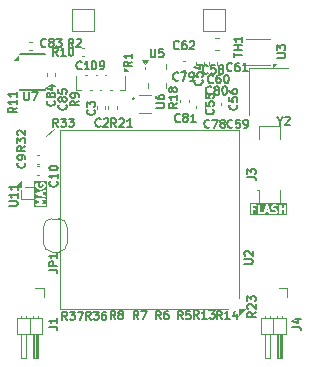
<source format=gto>
%TF.GenerationSoftware,KiCad,Pcbnew,9.0.0*%
%TF.CreationDate,2025-03-28T20:31:48-04:00*%
%TF.ProjectId,Expansion_Card_Retrofit,45787061-6e73-4696-9f6e-5f436172645f,X1*%
%TF.SameCoordinates,Original*%
%TF.FileFunction,Legend,Top*%
%TF.FilePolarity,Positive*%
%FSLAX45Y45*%
G04 Gerber Fmt 4.5, Leading zero omitted, Abs format (unit mm)*
G04 Created by KiCad (PCBNEW 9.0.0) date 2025-03-28 20:31:48*
%MOMM*%
%LPD*%
G01*
G04 APERTURE LIST*
%ADD10C,0.175000*%
%ADD11C,0.101600*%
%ADD12C,0.150000*%
%ADD13C,0.120000*%
%ADD14C,0.140357*%
G04 APERTURE END LIST*
D10*
G36*
X2207706Y1018227D02*
G01*
X2198653Y1018227D01*
X2203180Y1031807D01*
X2207706Y1018227D01*
G37*
G36*
X2374013Y971977D02*
G01*
X2055680Y971977D01*
X2055680Y1059477D01*
X2064430Y1059477D01*
X2064430Y989477D01*
X2064598Y987770D01*
X2065904Y984615D01*
X2068318Y982201D01*
X2071473Y980895D01*
X2074887Y980895D01*
X2078041Y982201D01*
X2080455Y984615D01*
X2081762Y987770D01*
X2081930Y989477D01*
X2081930Y1017393D01*
X2096513Y1017393D01*
X2098220Y1017561D01*
X2101374Y1018868D01*
X2103789Y1021282D01*
X2105095Y1024436D01*
X2105095Y1027850D01*
X2103789Y1031005D01*
X2101374Y1033419D01*
X2098220Y1034725D01*
X2096513Y1034893D01*
X2081930Y1034893D01*
X2081930Y1050727D01*
X2106513Y1050727D01*
X2108220Y1050895D01*
X2111374Y1052201D01*
X2113789Y1054616D01*
X2115095Y1057770D01*
X2115095Y1059477D01*
X2124430Y1059477D01*
X2124430Y989477D01*
X2124598Y987770D01*
X2125904Y984615D01*
X2128319Y982201D01*
X2131473Y980895D01*
X2133180Y980727D01*
X2166513Y980727D01*
X2168220Y980895D01*
X2171374Y982201D01*
X2173122Y983949D01*
X2175513Y981875D01*
X2178752Y980795D01*
X2182157Y981037D01*
X2185211Y982564D01*
X2187448Y985143D01*
X2188147Y986710D01*
X2192820Y1000727D01*
X2213540Y1000727D01*
X2218212Y986710D01*
X2218911Y985143D01*
X2221148Y982564D01*
X2224202Y981037D01*
X2227608Y980795D01*
X2230846Y981875D01*
X2233426Y984112D01*
X2234952Y987166D01*
X2235194Y990571D01*
X2234814Y992244D01*
X2216848Y1046143D01*
X2237763Y1046143D01*
X2237763Y1039477D01*
X2237931Y1037770D01*
X2238052Y1037479D01*
X2238074Y1037166D01*
X2238687Y1035564D01*
X2242020Y1028897D01*
X2242483Y1028162D01*
X2242571Y1027949D01*
X2242768Y1027708D01*
X2242934Y1027445D01*
X2243108Y1027294D01*
X2243659Y1026623D01*
X2246993Y1023289D01*
X2247664Y1022739D01*
X2247815Y1022564D01*
X2248078Y1022399D01*
X2248319Y1022201D01*
X2248532Y1022113D01*
X2249267Y1021650D01*
X2255933Y1018317D01*
X2256058Y1018269D01*
X2256109Y1018232D01*
X2256824Y1017976D01*
X2257535Y1017704D01*
X2257599Y1017700D01*
X2257724Y1017655D01*
X2270126Y1014554D01*
X2274663Y1012286D01*
X2275989Y1010960D01*
X2277763Y1007411D01*
X2277763Y1004875D01*
X2275989Y1001327D01*
X2274663Y1000001D01*
X2271114Y998227D01*
X2257933Y998227D01*
X2249280Y1001111D01*
X2247608Y1001491D01*
X2244202Y1001249D01*
X2241148Y999722D01*
X2238911Y997143D01*
X2237832Y993904D01*
X2238074Y990499D01*
X2239601Y987445D01*
X2242180Y985208D01*
X2243746Y984509D01*
X2253746Y981176D01*
X2254593Y980983D01*
X2254806Y980895D01*
X2255116Y980864D01*
X2255419Y980795D01*
X2255649Y980812D01*
X2256513Y980727D01*
X2273180Y980727D01*
X2274887Y980895D01*
X2275177Y981015D01*
X2275491Y981037D01*
X2277093Y981650D01*
X2283760Y984984D01*
X2284494Y985446D01*
X2284708Y985535D01*
X2284948Y985732D01*
X2285211Y985897D01*
X2285362Y986072D01*
X2286034Y986623D01*
X2289367Y989956D01*
X2289918Y990627D01*
X2290092Y990779D01*
X2290258Y991042D01*
X2290455Y991282D01*
X2290544Y991496D01*
X2291006Y992230D01*
X2294339Y998897D01*
X2294952Y1000499D01*
X2294975Y1000813D01*
X2295095Y1001103D01*
X2295263Y1002810D01*
X2295263Y1009477D01*
X2295095Y1011184D01*
X2294975Y1011474D01*
X2294952Y1011788D01*
X2294339Y1013390D01*
X2291006Y1020056D01*
X2290544Y1020791D01*
X2290455Y1021005D01*
X2290258Y1021245D01*
X2290092Y1021508D01*
X2289918Y1021659D01*
X2289367Y1022331D01*
X2286034Y1025664D01*
X2285362Y1026215D01*
X2285211Y1026389D01*
X2284948Y1026555D01*
X2284708Y1026752D01*
X2284494Y1026841D01*
X2283760Y1027303D01*
X2277093Y1030636D01*
X2276968Y1030684D01*
X2276917Y1030722D01*
X2276203Y1030977D01*
X2275491Y1031249D01*
X2275428Y1031254D01*
X2275302Y1031299D01*
X2262900Y1034399D01*
X2258363Y1036668D01*
X2257038Y1037993D01*
X2255263Y1041542D01*
X2255263Y1044078D01*
X2257038Y1047627D01*
X2258363Y1048952D01*
X2261912Y1050727D01*
X2275093Y1050727D01*
X2283746Y1047842D01*
X2285419Y1047462D01*
X2288824Y1047704D01*
X2291878Y1049231D01*
X2294115Y1051810D01*
X2295194Y1055049D01*
X2294952Y1058455D01*
X2294441Y1059477D01*
X2307763Y1059477D01*
X2307763Y989477D01*
X2307931Y987770D01*
X2309238Y984615D01*
X2311652Y982201D01*
X2314806Y980895D01*
X2318220Y980895D01*
X2321374Y982201D01*
X2323789Y984615D01*
X2325095Y987770D01*
X2325263Y989477D01*
X2325263Y1017393D01*
X2347763Y1017393D01*
X2347763Y989477D01*
X2347931Y987770D01*
X2349238Y984615D01*
X2351652Y982201D01*
X2354806Y980895D01*
X2358220Y980895D01*
X2361374Y982201D01*
X2363789Y984615D01*
X2365095Y987770D01*
X2365263Y989477D01*
X2365263Y1059477D01*
X2365095Y1061184D01*
X2363789Y1064338D01*
X2361374Y1066752D01*
X2358220Y1068059D01*
X2354806Y1068059D01*
X2351652Y1066752D01*
X2349238Y1064338D01*
X2347931Y1061184D01*
X2347763Y1059477D01*
X2347763Y1034893D01*
X2325263Y1034893D01*
X2325263Y1059477D01*
X2325095Y1061184D01*
X2323789Y1064338D01*
X2321374Y1066752D01*
X2318220Y1068059D01*
X2314806Y1068059D01*
X2311652Y1066752D01*
X2309238Y1064338D01*
X2307931Y1061184D01*
X2307763Y1059477D01*
X2294441Y1059477D01*
X2293426Y1061508D01*
X2290846Y1063745D01*
X2289280Y1064444D01*
X2279280Y1067778D01*
X2278434Y1067970D01*
X2278220Y1068059D01*
X2277911Y1068089D01*
X2277608Y1068158D01*
X2277377Y1068142D01*
X2276513Y1068227D01*
X2259846Y1068227D01*
X2258139Y1068059D01*
X2257849Y1067938D01*
X2257535Y1067916D01*
X2255933Y1067303D01*
X2249267Y1063970D01*
X2248532Y1063507D01*
X2248319Y1063419D01*
X2248078Y1063222D01*
X2247815Y1063056D01*
X2247664Y1062881D01*
X2246993Y1062331D01*
X2243659Y1058997D01*
X2243108Y1058326D01*
X2242934Y1058175D01*
X2242769Y1057912D01*
X2242571Y1057671D01*
X2242482Y1057458D01*
X2242020Y1056723D01*
X2238687Y1050057D01*
X2238074Y1048455D01*
X2238052Y1048141D01*
X2237931Y1047850D01*
X2237763Y1046143D01*
X2216848Y1046143D01*
X2211481Y1062244D01*
X2210782Y1063810D01*
X2210372Y1064282D01*
X2210092Y1064842D01*
X2209263Y1065560D01*
X2208545Y1066389D01*
X2207985Y1066669D01*
X2207513Y1067078D01*
X2206472Y1067425D01*
X2205491Y1067916D01*
X2204867Y1067960D01*
X2204274Y1068158D01*
X2203180Y1068080D01*
X2202085Y1068158D01*
X2201492Y1067960D01*
X2200869Y1067916D01*
X2199888Y1067425D01*
X2198847Y1067078D01*
X2198374Y1066669D01*
X2197815Y1066389D01*
X2197096Y1065560D01*
X2196267Y1064842D01*
X2195988Y1064282D01*
X2195578Y1063810D01*
X2194879Y1062244D01*
X2172630Y995497D01*
X2171374Y996752D01*
X2168220Y998059D01*
X2166513Y998227D01*
X2141930Y998227D01*
X2141930Y1059477D01*
X2141762Y1061184D01*
X2140455Y1064338D01*
X2138041Y1066752D01*
X2134887Y1068059D01*
X2131473Y1068059D01*
X2128319Y1066752D01*
X2125904Y1064338D01*
X2124598Y1061184D01*
X2124430Y1059477D01*
X2115095Y1059477D01*
X2115095Y1061184D01*
X2113789Y1064338D01*
X2111374Y1066752D01*
X2108220Y1068059D01*
X2106513Y1068227D01*
X2073180Y1068227D01*
X2071473Y1068059D01*
X2068318Y1066752D01*
X2065904Y1064338D01*
X2064598Y1061184D01*
X2064430Y1059477D01*
X2055680Y1059477D01*
X2055680Y1076977D01*
X2374013Y1076977D01*
X2374013Y971977D01*
G37*
G36*
X291773Y1151987D02*
G01*
X278193Y1156513D01*
X291773Y1161040D01*
X291773Y1151987D01*
G37*
G36*
X338023Y1045680D02*
G01*
X233023Y1045680D01*
X233023Y1108518D01*
X241875Y1108518D01*
X241941Y1108335D01*
X241941Y1108140D01*
X242522Y1106737D01*
X243041Y1105309D01*
X243173Y1105166D01*
X243248Y1104985D01*
X244322Y1103912D01*
X245347Y1102792D01*
X245579Y1102655D01*
X245662Y1102571D01*
X245853Y1102492D01*
X246823Y1101917D01*
X279832Y1086513D01*
X246823Y1071109D01*
X245853Y1070534D01*
X245662Y1070455D01*
X245579Y1070372D01*
X245347Y1070235D01*
X244322Y1069115D01*
X243248Y1068041D01*
X243173Y1067861D01*
X243041Y1067717D01*
X242522Y1066290D01*
X241941Y1064887D01*
X241941Y1064692D01*
X241875Y1064508D01*
X241941Y1062992D01*
X241941Y1061473D01*
X242016Y1061292D01*
X242025Y1061098D01*
X242667Y1059722D01*
X243248Y1058319D01*
X243386Y1058181D01*
X243468Y1058004D01*
X244588Y1056978D01*
X245662Y1055904D01*
X245842Y1055830D01*
X245986Y1055698D01*
X247413Y1055179D01*
X248816Y1054598D01*
X249084Y1054572D01*
X249195Y1054531D01*
X249401Y1054540D01*
X250523Y1054430D01*
X320523Y1054430D01*
X322230Y1054598D01*
X325385Y1055904D01*
X327799Y1058319D01*
X329105Y1061473D01*
X329105Y1064887D01*
X327799Y1068041D01*
X325385Y1070455D01*
X322230Y1071762D01*
X320523Y1071930D01*
X289965Y1071930D01*
X304224Y1078584D01*
X304849Y1078954D01*
X305060Y1079031D01*
X305210Y1079169D01*
X305699Y1079458D01*
X306597Y1080439D01*
X307578Y1081337D01*
X307743Y1081689D01*
X308005Y1081976D01*
X308460Y1083226D01*
X309022Y1084431D01*
X309039Y1084819D01*
X309172Y1085185D01*
X309113Y1086514D01*
X309172Y1087842D01*
X309039Y1088207D01*
X309022Y1088595D01*
X308459Y1089801D01*
X308005Y1091050D01*
X307743Y1091337D01*
X307578Y1091689D01*
X306597Y1092587D01*
X305699Y1093568D01*
X305210Y1093858D01*
X305060Y1093995D01*
X304849Y1094072D01*
X304224Y1094442D01*
X289964Y1101097D01*
X320523Y1101097D01*
X322230Y1101265D01*
X325385Y1102571D01*
X327799Y1104985D01*
X329105Y1108140D01*
X329105Y1111554D01*
X327799Y1114708D01*
X325385Y1117122D01*
X322230Y1118428D01*
X320523Y1118597D01*
X250523Y1118597D01*
X249401Y1118486D01*
X249195Y1118495D01*
X249084Y1118455D01*
X248816Y1118428D01*
X247413Y1117847D01*
X245986Y1117328D01*
X245842Y1117197D01*
X245662Y1117122D01*
X244588Y1116048D01*
X243468Y1115023D01*
X243386Y1114846D01*
X243248Y1114708D01*
X242667Y1113305D01*
X242025Y1111929D01*
X242016Y1111734D01*
X241941Y1111554D01*
X241941Y1110035D01*
X241875Y1108518D01*
X233023Y1108518D01*
X233023Y1157608D01*
X241842Y1157608D01*
X241920Y1156513D01*
X241842Y1155419D01*
X242040Y1154826D01*
X242084Y1154202D01*
X242575Y1153221D01*
X242922Y1152180D01*
X243331Y1151708D01*
X243611Y1151148D01*
X244440Y1150430D01*
X245158Y1149601D01*
X245718Y1149321D01*
X246190Y1148911D01*
X247756Y1148212D01*
X317756Y1124879D01*
X319429Y1124499D01*
X322834Y1124741D01*
X325888Y1126267D01*
X328125Y1128847D01*
X329205Y1132085D01*
X328963Y1135491D01*
X327436Y1138545D01*
X324857Y1140782D01*
X323290Y1141481D01*
X309273Y1146153D01*
X309273Y1166873D01*
X323290Y1171546D01*
X324857Y1172245D01*
X327436Y1174482D01*
X328963Y1177536D01*
X329205Y1180941D01*
X328125Y1184180D01*
X325888Y1186759D01*
X322834Y1188286D01*
X319429Y1188528D01*
X317756Y1188148D01*
X247756Y1164814D01*
X246190Y1164115D01*
X245718Y1163705D01*
X245158Y1163426D01*
X244440Y1162597D01*
X243611Y1161878D01*
X243331Y1161319D01*
X242922Y1160846D01*
X242575Y1159805D01*
X242084Y1158824D01*
X242040Y1158201D01*
X241842Y1157608D01*
X233023Y1157608D01*
X233023Y1233180D01*
X241773Y1233180D01*
X241773Y1223180D01*
X241858Y1222316D01*
X241842Y1222085D01*
X241911Y1221782D01*
X241941Y1221473D01*
X242030Y1221259D01*
X242222Y1220413D01*
X245556Y1210413D01*
X246255Y1208847D01*
X246461Y1208609D01*
X246581Y1208319D01*
X247669Y1206993D01*
X254336Y1200326D01*
X255007Y1199775D01*
X255159Y1199601D01*
X255422Y1199435D01*
X255662Y1199238D01*
X255875Y1199150D01*
X256610Y1198687D01*
X263277Y1195354D01*
X263402Y1195306D01*
X263453Y1195268D01*
X264170Y1195012D01*
X264879Y1194741D01*
X264942Y1194736D01*
X265068Y1194691D01*
X278401Y1191358D01*
X278697Y1191314D01*
X278816Y1191265D01*
X279459Y1191201D01*
X280098Y1191107D01*
X280226Y1191126D01*
X280523Y1191097D01*
X290523Y1191097D01*
X290821Y1191126D01*
X290949Y1191107D01*
X291588Y1191201D01*
X292230Y1191265D01*
X292349Y1191314D01*
X292646Y1191358D01*
X305979Y1194691D01*
X306105Y1194736D01*
X306168Y1194741D01*
X306878Y1195012D01*
X307594Y1195268D01*
X307645Y1195306D01*
X307770Y1195354D01*
X314436Y1198687D01*
X315171Y1199149D01*
X315385Y1199238D01*
X315625Y1199435D01*
X315888Y1199601D01*
X316039Y1199775D01*
X316711Y1200326D01*
X323377Y1206993D01*
X324465Y1208319D01*
X324586Y1208609D01*
X324792Y1208847D01*
X325491Y1210413D01*
X328824Y1220413D01*
X329017Y1221259D01*
X329105Y1221473D01*
X329136Y1221782D01*
X329205Y1222085D01*
X329188Y1222316D01*
X329273Y1223180D01*
X329273Y1229847D01*
X329188Y1230711D01*
X329205Y1230941D01*
X329136Y1231244D01*
X329105Y1231554D01*
X329017Y1231767D01*
X328824Y1232614D01*
X325491Y1242614D01*
X324792Y1244180D01*
X324586Y1244417D01*
X324465Y1244708D01*
X323377Y1246034D01*
X320044Y1249367D01*
X318718Y1250455D01*
X315564Y1251762D01*
X313857Y1251930D01*
X290523Y1251930D01*
X288816Y1251762D01*
X285662Y1250455D01*
X283248Y1248041D01*
X281941Y1244887D01*
X281773Y1243180D01*
X281773Y1229847D01*
X281941Y1228140D01*
X283248Y1224985D01*
X285662Y1222571D01*
X288816Y1221265D01*
X292230Y1221265D01*
X295385Y1222571D01*
X297799Y1224985D01*
X299105Y1228140D01*
X299273Y1229847D01*
X299273Y1234430D01*
X309772Y1234430D01*
X311773Y1228427D01*
X311773Y1224600D01*
X309542Y1217906D01*
X305340Y1213704D01*
X300802Y1211436D01*
X289446Y1208597D01*
X281601Y1208597D01*
X270244Y1211436D01*
X265706Y1213705D01*
X261504Y1217906D01*
X259273Y1224600D01*
X259273Y1231114D01*
X261683Y1235934D01*
X262296Y1237535D01*
X262538Y1240941D01*
X261458Y1244180D01*
X259221Y1246759D01*
X256168Y1248286D01*
X252762Y1248528D01*
X249523Y1247448D01*
X246944Y1245211D01*
X246030Y1243760D01*
X242697Y1237093D01*
X242084Y1235491D01*
X242062Y1235177D01*
X241941Y1234887D01*
X241773Y1233180D01*
X233023Y1233180D01*
X233023Y1260680D01*
X338023Y1260680D01*
X338023Y1045680D01*
G37*
D11*
X395000Y1708000D02*
X330000Y1643000D01*
D12*
X21603Y1053333D02*
X78270Y1053333D01*
X78270Y1053333D02*
X84937Y1056667D01*
X84937Y1056667D02*
X88270Y1060000D01*
X88270Y1060000D02*
X91603Y1066667D01*
X91603Y1066667D02*
X91603Y1080000D01*
X91603Y1080000D02*
X88270Y1086667D01*
X88270Y1086667D02*
X84937Y1090000D01*
X84937Y1090000D02*
X78270Y1093333D01*
X78270Y1093333D02*
X21603Y1093333D01*
X91603Y1163333D02*
X91603Y1123333D01*
X91603Y1143333D02*
X21603Y1143333D01*
X21603Y1143333D02*
X31603Y1136667D01*
X31603Y1136667D02*
X38270Y1130000D01*
X38270Y1130000D02*
X41603Y1123333D01*
X91603Y1230000D02*
X91603Y1190000D01*
X91603Y1210000D02*
X21603Y1210000D01*
X21603Y1210000D02*
X31603Y1203333D01*
X31603Y1203333D02*
X38270Y1196667D01*
X38270Y1196667D02*
X41603Y1190000D01*
X156603Y1560000D02*
X123270Y1536667D01*
X156603Y1520000D02*
X86603Y1520000D01*
X86603Y1520000D02*
X86603Y1546667D01*
X86603Y1546667D02*
X89937Y1553333D01*
X89937Y1553333D02*
X93270Y1556667D01*
X93270Y1556667D02*
X99937Y1560000D01*
X99937Y1560000D02*
X109937Y1560000D01*
X109937Y1560000D02*
X116603Y1556667D01*
X116603Y1556667D02*
X119937Y1553333D01*
X119937Y1553333D02*
X123270Y1546667D01*
X123270Y1546667D02*
X123270Y1520000D01*
X86603Y1583333D02*
X86603Y1626667D01*
X86603Y1626667D02*
X113270Y1603333D01*
X113270Y1603333D02*
X113270Y1613333D01*
X113270Y1613333D02*
X116603Y1620000D01*
X116603Y1620000D02*
X119937Y1623333D01*
X119937Y1623333D02*
X126603Y1626667D01*
X126603Y1626667D02*
X143270Y1626667D01*
X143270Y1626667D02*
X149937Y1623333D01*
X149937Y1623333D02*
X153270Y1620000D01*
X153270Y1620000D02*
X156603Y1613333D01*
X156603Y1613333D02*
X156603Y1593333D01*
X156603Y1593333D02*
X153270Y1586667D01*
X153270Y1586667D02*
X149937Y1583333D01*
X93270Y1653333D02*
X89937Y1656667D01*
X89937Y1656667D02*
X86603Y1663333D01*
X86603Y1663333D02*
X86603Y1680000D01*
X86603Y1680000D02*
X89937Y1686667D01*
X89937Y1686667D02*
X93270Y1690000D01*
X93270Y1690000D02*
X99937Y1693333D01*
X99937Y1693333D02*
X106603Y1693333D01*
X106603Y1693333D02*
X116603Y1690000D01*
X116603Y1690000D02*
X156603Y1650000D01*
X156603Y1650000D02*
X156603Y1693333D01*
X1625000Y98397D02*
X1601667Y131730D01*
X1585000Y98397D02*
X1585000Y168397D01*
X1585000Y168397D02*
X1611667Y168397D01*
X1611667Y168397D02*
X1618333Y165063D01*
X1618333Y165063D02*
X1621667Y161730D01*
X1621667Y161730D02*
X1625000Y155063D01*
X1625000Y155063D02*
X1625000Y145063D01*
X1625000Y145063D02*
X1621667Y138397D01*
X1621667Y138397D02*
X1618333Y135063D01*
X1618333Y135063D02*
X1611667Y131730D01*
X1611667Y131730D02*
X1585000Y131730D01*
X1691667Y98397D02*
X1651667Y98397D01*
X1671667Y98397D02*
X1671667Y168397D01*
X1671667Y168397D02*
X1665000Y158397D01*
X1665000Y158397D02*
X1658333Y151730D01*
X1658333Y151730D02*
X1651667Y148397D01*
X1715000Y168397D02*
X1758333Y168397D01*
X1758333Y168397D02*
X1735000Y141730D01*
X1735000Y141730D02*
X1745000Y141730D01*
X1745000Y141730D02*
X1751667Y138397D01*
X1751667Y138397D02*
X1755000Y135063D01*
X1755000Y135063D02*
X1758333Y128397D01*
X1758333Y128397D02*
X1758333Y111730D01*
X1758333Y111730D02*
X1755000Y105063D01*
X1755000Y105063D02*
X1751667Y101730D01*
X1751667Y101730D02*
X1745000Y98397D01*
X1745000Y98397D02*
X1725000Y98397D01*
X1725000Y98397D02*
X1718333Y101730D01*
X1718333Y101730D02*
X1715000Y105063D01*
X1730000Y2002563D02*
X1726667Y1999230D01*
X1726667Y1999230D02*
X1716667Y1995897D01*
X1716667Y1995897D02*
X1710000Y1995897D01*
X1710000Y1995897D02*
X1700000Y1999230D01*
X1700000Y1999230D02*
X1693333Y2005897D01*
X1693333Y2005897D02*
X1690000Y2012563D01*
X1690000Y2012563D02*
X1686667Y2025897D01*
X1686667Y2025897D02*
X1686667Y2035897D01*
X1686667Y2035897D02*
X1690000Y2049230D01*
X1690000Y2049230D02*
X1693333Y2055897D01*
X1693333Y2055897D02*
X1700000Y2062563D01*
X1700000Y2062563D02*
X1710000Y2065897D01*
X1710000Y2065897D02*
X1716667Y2065897D01*
X1716667Y2065897D02*
X1726667Y2062563D01*
X1726667Y2062563D02*
X1730000Y2059230D01*
X1770000Y2035897D02*
X1763333Y2039230D01*
X1763333Y2039230D02*
X1760000Y2042563D01*
X1760000Y2042563D02*
X1756667Y2049230D01*
X1756667Y2049230D02*
X1756667Y2052563D01*
X1756667Y2052563D02*
X1760000Y2059230D01*
X1760000Y2059230D02*
X1763333Y2062563D01*
X1763333Y2062563D02*
X1770000Y2065897D01*
X1770000Y2065897D02*
X1783333Y2065897D01*
X1783333Y2065897D02*
X1790000Y2062563D01*
X1790000Y2062563D02*
X1793333Y2059230D01*
X1793333Y2059230D02*
X1796667Y2052563D01*
X1796667Y2052563D02*
X1796667Y2049230D01*
X1796667Y2049230D02*
X1793333Y2042563D01*
X1793333Y2042563D02*
X1790000Y2039230D01*
X1790000Y2039230D02*
X1783333Y2035897D01*
X1783333Y2035897D02*
X1770000Y2035897D01*
X1770000Y2035897D02*
X1763333Y2032563D01*
X1763333Y2032563D02*
X1760000Y2029230D01*
X1760000Y2029230D02*
X1756667Y2022563D01*
X1756667Y2022563D02*
X1756667Y2009230D01*
X1756667Y2009230D02*
X1760000Y2002563D01*
X1760000Y2002563D02*
X1763333Y1999230D01*
X1763333Y1999230D02*
X1770000Y1995897D01*
X1770000Y1995897D02*
X1783333Y1995897D01*
X1783333Y1995897D02*
X1790000Y1999230D01*
X1790000Y1999230D02*
X1793333Y2002563D01*
X1793333Y2002563D02*
X1796667Y2009230D01*
X1796667Y2009230D02*
X1796667Y2022563D01*
X1796667Y2022563D02*
X1793333Y2029230D01*
X1793333Y2029230D02*
X1790000Y2032563D01*
X1790000Y2032563D02*
X1783333Y2035897D01*
X1840000Y2065897D02*
X1846667Y2065897D01*
X1846667Y2065897D02*
X1853333Y2062563D01*
X1853333Y2062563D02*
X1856667Y2059230D01*
X1856667Y2059230D02*
X1860000Y2052563D01*
X1860000Y2052563D02*
X1863333Y2039230D01*
X1863333Y2039230D02*
X1863333Y2022563D01*
X1863333Y2022563D02*
X1860000Y2009230D01*
X1860000Y2009230D02*
X1856667Y2002563D01*
X1856667Y2002563D02*
X1853333Y1999230D01*
X1853333Y1999230D02*
X1846667Y1995897D01*
X1846667Y1995897D02*
X1840000Y1995897D01*
X1840000Y1995897D02*
X1833333Y1999230D01*
X1833333Y1999230D02*
X1830000Y2002563D01*
X1830000Y2002563D02*
X1826667Y2009230D01*
X1826667Y2009230D02*
X1823333Y2022563D01*
X1823333Y2022563D02*
X1823333Y2039230D01*
X1823333Y2039230D02*
X1826667Y2052563D01*
X1826667Y2052563D02*
X1830000Y2059230D01*
X1830000Y2059230D02*
X1833333Y2062563D01*
X1833333Y2062563D02*
X1840000Y2065897D01*
X1944937Y1910000D02*
X1948270Y1906667D01*
X1948270Y1906667D02*
X1951603Y1896667D01*
X1951603Y1896667D02*
X1951603Y1890000D01*
X1951603Y1890000D02*
X1948270Y1880000D01*
X1948270Y1880000D02*
X1941603Y1873333D01*
X1941603Y1873333D02*
X1934937Y1870000D01*
X1934937Y1870000D02*
X1921603Y1866667D01*
X1921603Y1866667D02*
X1911603Y1866667D01*
X1911603Y1866667D02*
X1898270Y1870000D01*
X1898270Y1870000D02*
X1891603Y1873333D01*
X1891603Y1873333D02*
X1884937Y1880000D01*
X1884937Y1880000D02*
X1881603Y1890000D01*
X1881603Y1890000D02*
X1881603Y1896667D01*
X1881603Y1896667D02*
X1884937Y1906667D01*
X1884937Y1906667D02*
X1888270Y1910000D01*
X1881603Y1973333D02*
X1881603Y1940000D01*
X1881603Y1940000D02*
X1914937Y1936667D01*
X1914937Y1936667D02*
X1911603Y1940000D01*
X1911603Y1940000D02*
X1908270Y1946667D01*
X1908270Y1946667D02*
X1908270Y1963333D01*
X1908270Y1963333D02*
X1911603Y1970000D01*
X1911603Y1970000D02*
X1914937Y1973333D01*
X1914937Y1973333D02*
X1921603Y1976667D01*
X1921603Y1976667D02*
X1938270Y1976667D01*
X1938270Y1976667D02*
X1944937Y1973333D01*
X1944937Y1973333D02*
X1948270Y1970000D01*
X1948270Y1970000D02*
X1951603Y1963333D01*
X1951603Y1963333D02*
X1951603Y1946667D01*
X1951603Y1946667D02*
X1948270Y1940000D01*
X1948270Y1940000D02*
X1944937Y1936667D01*
X1881603Y2036667D02*
X1881603Y2023333D01*
X1881603Y2023333D02*
X1884937Y2016667D01*
X1884937Y2016667D02*
X1888270Y2013333D01*
X1888270Y2013333D02*
X1898270Y2006667D01*
X1898270Y2006667D02*
X1911603Y2003333D01*
X1911603Y2003333D02*
X1938270Y2003333D01*
X1938270Y2003333D02*
X1944937Y2006667D01*
X1944937Y2006667D02*
X1948270Y2010000D01*
X1948270Y2010000D02*
X1951603Y2016667D01*
X1951603Y2016667D02*
X1951603Y2030000D01*
X1951603Y2030000D02*
X1948270Y2036667D01*
X1948270Y2036667D02*
X1944937Y2040000D01*
X1944937Y2040000D02*
X1938270Y2043333D01*
X1938270Y2043333D02*
X1921603Y2043333D01*
X1921603Y2043333D02*
X1914937Y2040000D01*
X1914937Y2040000D02*
X1911603Y2036667D01*
X1911603Y2036667D02*
X1908270Y2030000D01*
X1908270Y2030000D02*
X1908270Y2016667D01*
X1908270Y2016667D02*
X1911603Y2010000D01*
X1911603Y2010000D02*
X1914937Y2006667D01*
X1914937Y2006667D02*
X1921603Y2003333D01*
X499937Y1910000D02*
X503270Y1906667D01*
X503270Y1906667D02*
X506603Y1896667D01*
X506603Y1896667D02*
X506603Y1890000D01*
X506603Y1890000D02*
X503270Y1880000D01*
X503270Y1880000D02*
X496603Y1873333D01*
X496603Y1873333D02*
X489937Y1870000D01*
X489937Y1870000D02*
X476603Y1866667D01*
X476603Y1866667D02*
X466603Y1866667D01*
X466603Y1866667D02*
X453270Y1870000D01*
X453270Y1870000D02*
X446603Y1873333D01*
X446603Y1873333D02*
X439937Y1880000D01*
X439937Y1880000D02*
X436603Y1890000D01*
X436603Y1890000D02*
X436603Y1896667D01*
X436603Y1896667D02*
X439937Y1906667D01*
X439937Y1906667D02*
X443270Y1910000D01*
X466603Y1950000D02*
X463270Y1943333D01*
X463270Y1943333D02*
X459937Y1940000D01*
X459937Y1940000D02*
X453270Y1936667D01*
X453270Y1936667D02*
X449937Y1936667D01*
X449937Y1936667D02*
X443270Y1940000D01*
X443270Y1940000D02*
X439937Y1943333D01*
X439937Y1943333D02*
X436603Y1950000D01*
X436603Y1950000D02*
X436603Y1963333D01*
X436603Y1963333D02*
X439937Y1970000D01*
X439937Y1970000D02*
X443270Y1973333D01*
X443270Y1973333D02*
X449937Y1976667D01*
X449937Y1976667D02*
X453270Y1976667D01*
X453270Y1976667D02*
X459937Y1973333D01*
X459937Y1973333D02*
X463270Y1970000D01*
X463270Y1970000D02*
X466603Y1963333D01*
X466603Y1963333D02*
X466603Y1950000D01*
X466603Y1950000D02*
X469937Y1943333D01*
X469937Y1943333D02*
X473270Y1940000D01*
X473270Y1940000D02*
X479937Y1936667D01*
X479937Y1936667D02*
X493270Y1936667D01*
X493270Y1936667D02*
X499937Y1940000D01*
X499937Y1940000D02*
X503270Y1943333D01*
X503270Y1943333D02*
X506603Y1950000D01*
X506603Y1950000D02*
X506603Y1963333D01*
X506603Y1963333D02*
X503270Y1970000D01*
X503270Y1970000D02*
X499937Y1973333D01*
X499937Y1973333D02*
X493270Y1976667D01*
X493270Y1976667D02*
X479937Y1976667D01*
X479937Y1976667D02*
X473270Y1973333D01*
X473270Y1973333D02*
X469937Y1970000D01*
X469937Y1970000D02*
X466603Y1963333D01*
X436603Y2040000D02*
X436603Y2006667D01*
X436603Y2006667D02*
X469937Y2003333D01*
X469937Y2003333D02*
X466603Y2006667D01*
X466603Y2006667D02*
X463270Y2013333D01*
X463270Y2013333D02*
X463270Y2030000D01*
X463270Y2030000D02*
X466603Y2036667D01*
X466603Y2036667D02*
X469937Y2040000D01*
X469937Y2040000D02*
X476603Y2043333D01*
X476603Y2043333D02*
X493270Y2043333D01*
X493270Y2043333D02*
X499937Y2040000D01*
X499937Y2040000D02*
X503270Y2036667D01*
X503270Y2036667D02*
X506603Y2030000D01*
X506603Y2030000D02*
X506603Y2013333D01*
X506603Y2013333D02*
X503270Y2006667D01*
X503270Y2006667D02*
X499937Y2003333D01*
X1715000Y1720063D02*
X1711667Y1716730D01*
X1711667Y1716730D02*
X1701667Y1713397D01*
X1701667Y1713397D02*
X1695000Y1713397D01*
X1695000Y1713397D02*
X1685000Y1716730D01*
X1685000Y1716730D02*
X1678333Y1723397D01*
X1678333Y1723397D02*
X1675000Y1730063D01*
X1675000Y1730063D02*
X1671667Y1743397D01*
X1671667Y1743397D02*
X1671667Y1753397D01*
X1671667Y1753397D02*
X1675000Y1766730D01*
X1675000Y1766730D02*
X1678333Y1773397D01*
X1678333Y1773397D02*
X1685000Y1780063D01*
X1685000Y1780063D02*
X1695000Y1783397D01*
X1695000Y1783397D02*
X1701667Y1783397D01*
X1701667Y1783397D02*
X1711667Y1780063D01*
X1711667Y1780063D02*
X1715000Y1776730D01*
X1738333Y1783397D02*
X1785000Y1783397D01*
X1785000Y1783397D02*
X1755000Y1713397D01*
X1821667Y1753397D02*
X1815000Y1756730D01*
X1815000Y1756730D02*
X1811667Y1760063D01*
X1811667Y1760063D02*
X1808333Y1766730D01*
X1808333Y1766730D02*
X1808333Y1770063D01*
X1808333Y1770063D02*
X1811667Y1776730D01*
X1811667Y1776730D02*
X1815000Y1780063D01*
X1815000Y1780063D02*
X1821667Y1783397D01*
X1821667Y1783397D02*
X1835000Y1783397D01*
X1835000Y1783397D02*
X1841667Y1780063D01*
X1841667Y1780063D02*
X1845000Y1776730D01*
X1845000Y1776730D02*
X1848333Y1770063D01*
X1848333Y1770063D02*
X1848333Y1766730D01*
X1848333Y1766730D02*
X1845000Y1760063D01*
X1845000Y1760063D02*
X1841667Y1756730D01*
X1841667Y1756730D02*
X1835000Y1753397D01*
X1835000Y1753397D02*
X1821667Y1753397D01*
X1821667Y1753397D02*
X1815000Y1750063D01*
X1815000Y1750063D02*
X1811667Y1746730D01*
X1811667Y1746730D02*
X1808333Y1740063D01*
X1808333Y1740063D02*
X1808333Y1726730D01*
X1808333Y1726730D02*
X1811667Y1720063D01*
X1811667Y1720063D02*
X1815000Y1716730D01*
X1815000Y1716730D02*
X1821667Y1713397D01*
X1821667Y1713397D02*
X1835000Y1713397D01*
X1835000Y1713397D02*
X1841667Y1716730D01*
X1841667Y1716730D02*
X1845000Y1720063D01*
X1845000Y1720063D02*
X1848333Y1726730D01*
X1848333Y1726730D02*
X1848333Y1740063D01*
X1848333Y1740063D02*
X1845000Y1746730D01*
X1845000Y1746730D02*
X1841667Y1750063D01*
X1841667Y1750063D02*
X1835000Y1753397D01*
X2417603Y31667D02*
X2467603Y31667D01*
X2467603Y31667D02*
X2477603Y28333D01*
X2477603Y28333D02*
X2484270Y21667D01*
X2484270Y21667D02*
X2487603Y11667D01*
X2487603Y11667D02*
X2487603Y5000D01*
X2440937Y95000D02*
X2487603Y95000D01*
X2414270Y78333D02*
X2464270Y61667D01*
X2464270Y61667D02*
X2464270Y105000D01*
X356603Y511667D02*
X406603Y511667D01*
X406603Y511667D02*
X416603Y508333D01*
X416603Y508333D02*
X423270Y501667D01*
X423270Y501667D02*
X426603Y491667D01*
X426603Y491667D02*
X426603Y485000D01*
X426603Y545000D02*
X356603Y545000D01*
X356603Y545000D02*
X356603Y571667D01*
X356603Y571667D02*
X359937Y578333D01*
X359937Y578333D02*
X363270Y581667D01*
X363270Y581667D02*
X369937Y585000D01*
X369937Y585000D02*
X379937Y585000D01*
X379937Y585000D02*
X386603Y581667D01*
X386603Y581667D02*
X389937Y578333D01*
X389937Y578333D02*
X393270Y571667D01*
X393270Y571667D02*
X393270Y545000D01*
X426603Y651667D02*
X426603Y611667D01*
X426603Y631667D02*
X356603Y631667D01*
X356603Y631667D02*
X366603Y625000D01*
X366603Y625000D02*
X373270Y618333D01*
X373270Y618333D02*
X376603Y611667D01*
X793333Y1730063D02*
X790000Y1726730D01*
X790000Y1726730D02*
X780000Y1723397D01*
X780000Y1723397D02*
X773333Y1723397D01*
X773333Y1723397D02*
X763333Y1726730D01*
X763333Y1726730D02*
X756667Y1733397D01*
X756667Y1733397D02*
X753333Y1740063D01*
X753333Y1740063D02*
X750000Y1753397D01*
X750000Y1753397D02*
X750000Y1763397D01*
X750000Y1763397D02*
X753333Y1776730D01*
X753333Y1776730D02*
X756667Y1783397D01*
X756667Y1783397D02*
X763333Y1790063D01*
X763333Y1790063D02*
X773333Y1793397D01*
X773333Y1793397D02*
X780000Y1793397D01*
X780000Y1793397D02*
X790000Y1790063D01*
X790000Y1790063D02*
X793333Y1786730D01*
X820000Y1786730D02*
X823333Y1790063D01*
X823333Y1790063D02*
X830000Y1793397D01*
X830000Y1793397D02*
X846667Y1793397D01*
X846667Y1793397D02*
X853333Y1790063D01*
X853333Y1790063D02*
X856667Y1786730D01*
X856667Y1786730D02*
X860000Y1780063D01*
X860000Y1780063D02*
X860000Y1773397D01*
X860000Y1773397D02*
X856667Y1763397D01*
X856667Y1763397D02*
X816667Y1723397D01*
X816667Y1723397D02*
X860000Y1723397D01*
X1061603Y2274333D02*
X1028270Y2251000D01*
X1061603Y2234333D02*
X991603Y2234333D01*
X991603Y2234333D02*
X991603Y2261000D01*
X991603Y2261000D02*
X994937Y2267667D01*
X994937Y2267667D02*
X998270Y2271000D01*
X998270Y2271000D02*
X1004937Y2274333D01*
X1004937Y2274333D02*
X1014937Y2274333D01*
X1014937Y2274333D02*
X1021603Y2271000D01*
X1021603Y2271000D02*
X1024937Y2267667D01*
X1024937Y2267667D02*
X1028270Y2261000D01*
X1028270Y2261000D02*
X1028270Y2234333D01*
X1061603Y2341000D02*
X1061603Y2301000D01*
X1061603Y2321000D02*
X991603Y2321000D01*
X991603Y2321000D02*
X1001603Y2314333D01*
X1001603Y2314333D02*
X1008270Y2307667D01*
X1008270Y2307667D02*
X1011603Y2301000D01*
X1910000Y1720063D02*
X1906667Y1716730D01*
X1906667Y1716730D02*
X1896667Y1713397D01*
X1896667Y1713397D02*
X1890000Y1713397D01*
X1890000Y1713397D02*
X1880000Y1716730D01*
X1880000Y1716730D02*
X1873333Y1723397D01*
X1873333Y1723397D02*
X1870000Y1730063D01*
X1870000Y1730063D02*
X1866667Y1743397D01*
X1866667Y1743397D02*
X1866667Y1753397D01*
X1866667Y1753397D02*
X1870000Y1766730D01*
X1870000Y1766730D02*
X1873333Y1773397D01*
X1873333Y1773397D02*
X1880000Y1780063D01*
X1880000Y1780063D02*
X1890000Y1783397D01*
X1890000Y1783397D02*
X1896667Y1783397D01*
X1896667Y1783397D02*
X1906667Y1780063D01*
X1906667Y1780063D02*
X1910000Y1776730D01*
X1973333Y1783397D02*
X1940000Y1783397D01*
X1940000Y1783397D02*
X1936667Y1750063D01*
X1936667Y1750063D02*
X1940000Y1753397D01*
X1940000Y1753397D02*
X1946667Y1756730D01*
X1946667Y1756730D02*
X1963333Y1756730D01*
X1963333Y1756730D02*
X1970000Y1753397D01*
X1970000Y1753397D02*
X1973333Y1750063D01*
X1973333Y1750063D02*
X1976667Y1743397D01*
X1976667Y1743397D02*
X1976667Y1726730D01*
X1976667Y1726730D02*
X1973333Y1720063D01*
X1973333Y1720063D02*
X1970000Y1716730D01*
X1970000Y1716730D02*
X1963333Y1713397D01*
X1963333Y1713397D02*
X1946667Y1713397D01*
X1946667Y1713397D02*
X1940000Y1716730D01*
X1940000Y1716730D02*
X1936667Y1720063D01*
X2010000Y1713397D02*
X2023333Y1713397D01*
X2023333Y1713397D02*
X2030000Y1716730D01*
X2030000Y1716730D02*
X2033333Y1720063D01*
X2033333Y1720063D02*
X2040000Y1730063D01*
X2040000Y1730063D02*
X2043333Y1743397D01*
X2043333Y1743397D02*
X2043333Y1770063D01*
X2043333Y1770063D02*
X2040000Y1776730D01*
X2040000Y1776730D02*
X2036667Y1780063D01*
X2036667Y1780063D02*
X2030000Y1783397D01*
X2030000Y1783397D02*
X2016667Y1783397D01*
X2016667Y1783397D02*
X2010000Y1780063D01*
X2010000Y1780063D02*
X2006667Y1776730D01*
X2006667Y1776730D02*
X2003333Y1770063D01*
X2003333Y1770063D02*
X2003333Y1753397D01*
X2003333Y1753397D02*
X2006667Y1746730D01*
X2006667Y1746730D02*
X2010000Y1743397D01*
X2010000Y1743397D02*
X2016667Y1740063D01*
X2016667Y1740063D02*
X2030000Y1740063D01*
X2030000Y1740063D02*
X2036667Y1743397D01*
X2036667Y1743397D02*
X2040000Y1746730D01*
X2040000Y1746730D02*
X2043333Y1753397D01*
X2106603Y155000D02*
X2073270Y131667D01*
X2106603Y115000D02*
X2036603Y115000D01*
X2036603Y115000D02*
X2036603Y141667D01*
X2036603Y141667D02*
X2039937Y148333D01*
X2039937Y148333D02*
X2043270Y151667D01*
X2043270Y151667D02*
X2049937Y155000D01*
X2049937Y155000D02*
X2059937Y155000D01*
X2059937Y155000D02*
X2066603Y151667D01*
X2066603Y151667D02*
X2069937Y148333D01*
X2069937Y148333D02*
X2073270Y141667D01*
X2073270Y141667D02*
X2073270Y115000D01*
X2043270Y181667D02*
X2039937Y185000D01*
X2039937Y185000D02*
X2036603Y191667D01*
X2036603Y191667D02*
X2036603Y208333D01*
X2036603Y208333D02*
X2039937Y215000D01*
X2039937Y215000D02*
X2043270Y218333D01*
X2043270Y218333D02*
X2049937Y221667D01*
X2049937Y221667D02*
X2056603Y221667D01*
X2056603Y221667D02*
X2066603Y218333D01*
X2066603Y218333D02*
X2106603Y178333D01*
X2106603Y178333D02*
X2106603Y221667D01*
X2036603Y245000D02*
X2036603Y288333D01*
X2036603Y288333D02*
X2063270Y265000D01*
X2063270Y265000D02*
X2063270Y275000D01*
X2063270Y275000D02*
X2066603Y281667D01*
X2066603Y281667D02*
X2069937Y285000D01*
X2069937Y285000D02*
X2076603Y288333D01*
X2076603Y288333D02*
X2093270Y288333D01*
X2093270Y288333D02*
X2099937Y285000D01*
X2099937Y285000D02*
X2103270Y281667D01*
X2103270Y281667D02*
X2106603Y275000D01*
X2106603Y275000D02*
X2106603Y255000D01*
X2106603Y255000D02*
X2103270Y248333D01*
X2103270Y248333D02*
X2099937Y245000D01*
X2036603Y1296667D02*
X2086603Y1296667D01*
X2086603Y1296667D02*
X2096603Y1293333D01*
X2096603Y1293333D02*
X2103270Y1286667D01*
X2103270Y1286667D02*
X2106603Y1276667D01*
X2106603Y1276667D02*
X2106603Y1270000D01*
X2036603Y1323333D02*
X2036603Y1366667D01*
X2036603Y1366667D02*
X2063270Y1343333D01*
X2063270Y1343333D02*
X2063270Y1353333D01*
X2063270Y1353333D02*
X2066603Y1360000D01*
X2066603Y1360000D02*
X2069937Y1363333D01*
X2069937Y1363333D02*
X2076603Y1366667D01*
X2076603Y1366667D02*
X2093270Y1366667D01*
X2093270Y1366667D02*
X2099937Y1363333D01*
X2099937Y1363333D02*
X2103270Y1360000D01*
X2103270Y1360000D02*
X2106603Y1353333D01*
X2106603Y1353333D02*
X2106603Y1333333D01*
X2106603Y1333333D02*
X2103270Y1326667D01*
X2103270Y1326667D02*
X2099937Y1323333D01*
X918333Y93397D02*
X895000Y126730D01*
X878333Y93397D02*
X878333Y163397D01*
X878333Y163397D02*
X905000Y163397D01*
X905000Y163397D02*
X911667Y160063D01*
X911667Y160063D02*
X915000Y156730D01*
X915000Y156730D02*
X918333Y150063D01*
X918333Y150063D02*
X918333Y140063D01*
X918333Y140063D02*
X915000Y133397D01*
X915000Y133397D02*
X911667Y130063D01*
X911667Y130063D02*
X905000Y126730D01*
X905000Y126730D02*
X878333Y126730D01*
X958333Y133397D02*
X951667Y136730D01*
X951667Y136730D02*
X948333Y140063D01*
X948333Y140063D02*
X945000Y146730D01*
X945000Y146730D02*
X945000Y150063D01*
X945000Y150063D02*
X948333Y156730D01*
X948333Y156730D02*
X951667Y160063D01*
X951667Y160063D02*
X958333Y163397D01*
X958333Y163397D02*
X971667Y163397D01*
X971667Y163397D02*
X978333Y160063D01*
X978333Y160063D02*
X981667Y156730D01*
X981667Y156730D02*
X985000Y150063D01*
X985000Y150063D02*
X985000Y146730D01*
X985000Y146730D02*
X981667Y140063D01*
X981667Y140063D02*
X978333Y136730D01*
X978333Y136730D02*
X971667Y133397D01*
X971667Y133397D02*
X958333Y133397D01*
X958333Y133397D02*
X951667Y130063D01*
X951667Y130063D02*
X948333Y126730D01*
X948333Y126730D02*
X945000Y120063D01*
X945000Y120063D02*
X945000Y106730D01*
X945000Y106730D02*
X948333Y100063D01*
X948333Y100063D02*
X951667Y96730D01*
X951667Y96730D02*
X958333Y93397D01*
X958333Y93397D02*
X971667Y93397D01*
X971667Y93397D02*
X978333Y96730D01*
X978333Y96730D02*
X981667Y100063D01*
X981667Y100063D02*
X985000Y106730D01*
X985000Y106730D02*
X985000Y120063D01*
X985000Y120063D02*
X981667Y126730D01*
X981667Y126730D02*
X978333Y130063D01*
X978333Y130063D02*
X971667Y133397D01*
X2311667Y1771730D02*
X2311667Y1738397D01*
X2288333Y1808397D02*
X2311667Y1771730D01*
X2311667Y1771730D02*
X2335000Y1808397D01*
X2355000Y1801730D02*
X2358333Y1805063D01*
X2358333Y1805063D02*
X2365000Y1808397D01*
X2365000Y1808397D02*
X2381667Y1808397D01*
X2381667Y1808397D02*
X2388333Y1805063D01*
X2388333Y1805063D02*
X2391667Y1801730D01*
X2391667Y1801730D02*
X2395000Y1795063D01*
X2395000Y1795063D02*
X2395000Y1788397D01*
X2395000Y1788397D02*
X2391667Y1778397D01*
X2391667Y1778397D02*
X2351667Y1738397D01*
X2351667Y1738397D02*
X2395000Y1738397D01*
X433000Y1722397D02*
X409667Y1755730D01*
X393000Y1722397D02*
X393000Y1792397D01*
X393000Y1792397D02*
X419667Y1792397D01*
X419667Y1792397D02*
X426333Y1789063D01*
X426333Y1789063D02*
X429667Y1785730D01*
X429667Y1785730D02*
X433000Y1779063D01*
X433000Y1779063D02*
X433000Y1769063D01*
X433000Y1769063D02*
X429667Y1762397D01*
X429667Y1762397D02*
X426333Y1759063D01*
X426333Y1759063D02*
X419667Y1755730D01*
X419667Y1755730D02*
X393000Y1755730D01*
X456333Y1792397D02*
X499667Y1792397D01*
X499667Y1792397D02*
X476333Y1765730D01*
X476333Y1765730D02*
X486333Y1765730D01*
X486333Y1765730D02*
X493000Y1762397D01*
X493000Y1762397D02*
X496333Y1759063D01*
X496333Y1759063D02*
X499667Y1752397D01*
X499667Y1752397D02*
X499667Y1735730D01*
X499667Y1735730D02*
X496333Y1729063D01*
X496333Y1729063D02*
X493000Y1725730D01*
X493000Y1725730D02*
X486333Y1722397D01*
X486333Y1722397D02*
X466333Y1722397D01*
X466333Y1722397D02*
X459667Y1725730D01*
X459667Y1725730D02*
X456333Y1729063D01*
X523000Y1792397D02*
X566333Y1792397D01*
X566333Y1792397D02*
X543000Y1765730D01*
X543000Y1765730D02*
X553000Y1765730D01*
X553000Y1765730D02*
X559667Y1762397D01*
X559667Y1762397D02*
X563000Y1759063D01*
X563000Y1759063D02*
X566333Y1752397D01*
X566333Y1752397D02*
X566333Y1735730D01*
X566333Y1735730D02*
X563000Y1729063D01*
X563000Y1729063D02*
X559667Y1725730D01*
X559667Y1725730D02*
X553000Y1722397D01*
X553000Y1722397D02*
X533000Y1722397D01*
X533000Y1722397D02*
X526333Y1725730D01*
X526333Y1725730D02*
X523000Y1729063D01*
X422437Y1260000D02*
X425770Y1256667D01*
X425770Y1256667D02*
X429103Y1246667D01*
X429103Y1246667D02*
X429103Y1240000D01*
X429103Y1240000D02*
X425770Y1230000D01*
X425770Y1230000D02*
X419103Y1223333D01*
X419103Y1223333D02*
X412437Y1220000D01*
X412437Y1220000D02*
X399103Y1216667D01*
X399103Y1216667D02*
X389103Y1216667D01*
X389103Y1216667D02*
X375770Y1220000D01*
X375770Y1220000D02*
X369103Y1223333D01*
X369103Y1223333D02*
X362437Y1230000D01*
X362437Y1230000D02*
X359103Y1240000D01*
X359103Y1240000D02*
X359103Y1246667D01*
X359103Y1246667D02*
X362437Y1256667D01*
X362437Y1256667D02*
X365770Y1260000D01*
X429103Y1326667D02*
X429103Y1286667D01*
X429103Y1306667D02*
X359103Y1306667D01*
X359103Y1306667D02*
X369103Y1300000D01*
X369103Y1300000D02*
X375770Y1293333D01*
X375770Y1293333D02*
X379103Y1286667D01*
X359103Y1370000D02*
X359103Y1376667D01*
X359103Y1376667D02*
X362437Y1383333D01*
X362437Y1383333D02*
X365770Y1386667D01*
X365770Y1386667D02*
X372437Y1390000D01*
X372437Y1390000D02*
X385770Y1393333D01*
X385770Y1393333D02*
X402437Y1393333D01*
X402437Y1393333D02*
X415770Y1390000D01*
X415770Y1390000D02*
X422437Y1386667D01*
X422437Y1386667D02*
X425770Y1383333D01*
X425770Y1383333D02*
X429103Y1376667D01*
X429103Y1376667D02*
X429103Y1370000D01*
X429103Y1370000D02*
X425770Y1363333D01*
X425770Y1363333D02*
X422437Y1360000D01*
X422437Y1360000D02*
X415770Y1356667D01*
X415770Y1356667D02*
X402437Y1353333D01*
X402437Y1353333D02*
X385770Y1353333D01*
X385770Y1353333D02*
X372437Y1356667D01*
X372437Y1356667D02*
X365770Y1360000D01*
X365770Y1360000D02*
X362437Y1363333D01*
X362437Y1363333D02*
X359103Y1370000D01*
X2286603Y2306667D02*
X2343270Y2306667D01*
X2343270Y2306667D02*
X2349937Y2310000D01*
X2349937Y2310000D02*
X2353270Y2313333D01*
X2353270Y2313333D02*
X2356603Y2320000D01*
X2356603Y2320000D02*
X2356603Y2333333D01*
X2356603Y2333333D02*
X2353270Y2340000D01*
X2353270Y2340000D02*
X2349937Y2343333D01*
X2349937Y2343333D02*
X2343270Y2346667D01*
X2343270Y2346667D02*
X2286603Y2346667D01*
X2286603Y2373333D02*
X2286603Y2416667D01*
X2286603Y2416667D02*
X2313270Y2393333D01*
X2313270Y2393333D02*
X2313270Y2403333D01*
X2313270Y2403333D02*
X2316603Y2410000D01*
X2316603Y2410000D02*
X2319937Y2413333D01*
X2319937Y2413333D02*
X2326603Y2416667D01*
X2326603Y2416667D02*
X2343270Y2416667D01*
X2343270Y2416667D02*
X2349937Y2413333D01*
X2349937Y2413333D02*
X2353270Y2410000D01*
X2353270Y2410000D02*
X2356603Y2403333D01*
X2356603Y2403333D02*
X2356603Y2383333D01*
X2356603Y2383333D02*
X2353270Y2376667D01*
X2353270Y2376667D02*
X2349937Y2373333D01*
X1441603Y1925000D02*
X1408270Y1901667D01*
X1441603Y1885000D02*
X1371603Y1885000D01*
X1371603Y1885000D02*
X1371603Y1911667D01*
X1371603Y1911667D02*
X1374937Y1918333D01*
X1374937Y1918333D02*
X1378270Y1921667D01*
X1378270Y1921667D02*
X1384937Y1925000D01*
X1384937Y1925000D02*
X1394937Y1925000D01*
X1394937Y1925000D02*
X1401603Y1921667D01*
X1401603Y1921667D02*
X1404937Y1918333D01*
X1404937Y1918333D02*
X1408270Y1911667D01*
X1408270Y1911667D02*
X1408270Y1885000D01*
X1441603Y1991667D02*
X1441603Y1951667D01*
X1441603Y1971667D02*
X1371603Y1971667D01*
X1371603Y1971667D02*
X1381603Y1965000D01*
X1381603Y1965000D02*
X1388270Y1958333D01*
X1388270Y1958333D02*
X1391603Y1951667D01*
X1401603Y2031667D02*
X1398270Y2025000D01*
X1398270Y2025000D02*
X1394937Y2021667D01*
X1394937Y2021667D02*
X1388270Y2018333D01*
X1388270Y2018333D02*
X1384937Y2018333D01*
X1384937Y2018333D02*
X1378270Y2021667D01*
X1378270Y2021667D02*
X1374937Y2025000D01*
X1374937Y2025000D02*
X1371603Y2031667D01*
X1371603Y2031667D02*
X1371603Y2045000D01*
X1371603Y2045000D02*
X1374937Y2051667D01*
X1374937Y2051667D02*
X1378270Y2055000D01*
X1378270Y2055000D02*
X1384937Y2058333D01*
X1384937Y2058333D02*
X1388270Y2058333D01*
X1388270Y2058333D02*
X1394937Y2055000D01*
X1394937Y2055000D02*
X1398270Y2051667D01*
X1398270Y2051667D02*
X1401603Y2045000D01*
X1401603Y2045000D02*
X1401603Y2031667D01*
X1401603Y2031667D02*
X1404937Y2025000D01*
X1404937Y2025000D02*
X1408270Y2021667D01*
X1408270Y2021667D02*
X1414937Y2018333D01*
X1414937Y2018333D02*
X1428270Y2018333D01*
X1428270Y2018333D02*
X1434937Y2021667D01*
X1434937Y2021667D02*
X1438270Y2025000D01*
X1438270Y2025000D02*
X1441603Y2031667D01*
X1441603Y2031667D02*
X1441603Y2045000D01*
X1441603Y2045000D02*
X1438270Y2051667D01*
X1438270Y2051667D02*
X1434937Y2055000D01*
X1434937Y2055000D02*
X1428270Y2058333D01*
X1428270Y2058333D02*
X1414937Y2058333D01*
X1414937Y2058333D02*
X1408270Y2055000D01*
X1408270Y2055000D02*
X1404937Y2051667D01*
X1404937Y2051667D02*
X1401603Y2045000D01*
X1465000Y1770063D02*
X1461667Y1766730D01*
X1461667Y1766730D02*
X1451667Y1763397D01*
X1451667Y1763397D02*
X1445000Y1763397D01*
X1445000Y1763397D02*
X1435000Y1766730D01*
X1435000Y1766730D02*
X1428333Y1773397D01*
X1428333Y1773397D02*
X1425000Y1780063D01*
X1425000Y1780063D02*
X1421667Y1793397D01*
X1421667Y1793397D02*
X1421667Y1803397D01*
X1421667Y1803397D02*
X1425000Y1816730D01*
X1425000Y1816730D02*
X1428333Y1823397D01*
X1428333Y1823397D02*
X1435000Y1830063D01*
X1435000Y1830063D02*
X1445000Y1833397D01*
X1445000Y1833397D02*
X1451667Y1833397D01*
X1451667Y1833397D02*
X1461667Y1830063D01*
X1461667Y1830063D02*
X1465000Y1826730D01*
X1505000Y1803397D02*
X1498333Y1806730D01*
X1498333Y1806730D02*
X1495000Y1810063D01*
X1495000Y1810063D02*
X1491667Y1816730D01*
X1491667Y1816730D02*
X1491667Y1820063D01*
X1491667Y1820063D02*
X1495000Y1826730D01*
X1495000Y1826730D02*
X1498333Y1830063D01*
X1498333Y1830063D02*
X1505000Y1833397D01*
X1505000Y1833397D02*
X1518333Y1833397D01*
X1518333Y1833397D02*
X1525000Y1830063D01*
X1525000Y1830063D02*
X1528333Y1826730D01*
X1528333Y1826730D02*
X1531667Y1820063D01*
X1531667Y1820063D02*
X1531667Y1816730D01*
X1531667Y1816730D02*
X1528333Y1810063D01*
X1528333Y1810063D02*
X1525000Y1806730D01*
X1525000Y1806730D02*
X1518333Y1803397D01*
X1518333Y1803397D02*
X1505000Y1803397D01*
X1505000Y1803397D02*
X1498333Y1800063D01*
X1498333Y1800063D02*
X1495000Y1796730D01*
X1495000Y1796730D02*
X1491667Y1790063D01*
X1491667Y1790063D02*
X1491667Y1776730D01*
X1491667Y1776730D02*
X1495000Y1770063D01*
X1495000Y1770063D02*
X1498333Y1766730D01*
X1498333Y1766730D02*
X1505000Y1763397D01*
X1505000Y1763397D02*
X1518333Y1763397D01*
X1518333Y1763397D02*
X1525000Y1766730D01*
X1525000Y1766730D02*
X1528333Y1770063D01*
X1528333Y1770063D02*
X1531667Y1776730D01*
X1531667Y1776730D02*
X1531667Y1790063D01*
X1531667Y1790063D02*
X1528333Y1796730D01*
X1528333Y1796730D02*
X1525000Y1800063D01*
X1525000Y1800063D02*
X1518333Y1803397D01*
X1598333Y1763397D02*
X1558333Y1763397D01*
X1578333Y1763397D02*
X1578333Y1833397D01*
X1578333Y1833397D02*
X1571667Y1823397D01*
X1571667Y1823397D02*
X1565000Y1816730D01*
X1565000Y1816730D02*
X1558333Y1813397D01*
X2011603Y561667D02*
X2068270Y561667D01*
X2068270Y561667D02*
X2074937Y565000D01*
X2074937Y565000D02*
X2078270Y568333D01*
X2078270Y568333D02*
X2081603Y575000D01*
X2081603Y575000D02*
X2081603Y588333D01*
X2081603Y588333D02*
X2078270Y595000D01*
X2078270Y595000D02*
X2074937Y598333D01*
X2074937Y598333D02*
X2068270Y601667D01*
X2068270Y601667D02*
X2011603Y601667D01*
X2018270Y631667D02*
X2014937Y635000D01*
X2014937Y635000D02*
X2011603Y641667D01*
X2011603Y641667D02*
X2011603Y658333D01*
X2011603Y658333D02*
X2014937Y665000D01*
X2014937Y665000D02*
X2018270Y668333D01*
X2018270Y668333D02*
X2024937Y671667D01*
X2024937Y671667D02*
X2031603Y671667D01*
X2031603Y671667D02*
X2041603Y668333D01*
X2041603Y668333D02*
X2081603Y628333D01*
X2081603Y628333D02*
X2081603Y671667D01*
X1649937Y2120000D02*
X1653270Y2116667D01*
X1653270Y2116667D02*
X1656603Y2106667D01*
X1656603Y2106667D02*
X1656603Y2100000D01*
X1656603Y2100000D02*
X1653270Y2090000D01*
X1653270Y2090000D02*
X1646603Y2083333D01*
X1646603Y2083333D02*
X1639937Y2080000D01*
X1639937Y2080000D02*
X1626603Y2076667D01*
X1626603Y2076667D02*
X1616603Y2076667D01*
X1616603Y2076667D02*
X1603270Y2080000D01*
X1603270Y2080000D02*
X1596603Y2083333D01*
X1596603Y2083333D02*
X1589937Y2090000D01*
X1589937Y2090000D02*
X1586603Y2100000D01*
X1586603Y2100000D02*
X1586603Y2106667D01*
X1586603Y2106667D02*
X1589937Y2116667D01*
X1589937Y2116667D02*
X1593270Y2120000D01*
X1586603Y2183333D02*
X1586603Y2150000D01*
X1586603Y2150000D02*
X1619937Y2146667D01*
X1619937Y2146667D02*
X1616603Y2150000D01*
X1616603Y2150000D02*
X1613270Y2156667D01*
X1613270Y2156667D02*
X1613270Y2173333D01*
X1613270Y2173333D02*
X1616603Y2180000D01*
X1616603Y2180000D02*
X1619937Y2183333D01*
X1619937Y2183333D02*
X1626603Y2186667D01*
X1626603Y2186667D02*
X1643270Y2186667D01*
X1643270Y2186667D02*
X1649937Y2183333D01*
X1649937Y2183333D02*
X1653270Y2180000D01*
X1653270Y2180000D02*
X1656603Y2173333D01*
X1656603Y2173333D02*
X1656603Y2156667D01*
X1656603Y2156667D02*
X1653270Y2150000D01*
X1653270Y2150000D02*
X1649937Y2146667D01*
X1609937Y2246667D02*
X1656603Y2246667D01*
X1583270Y2230000D02*
X1633270Y2213333D01*
X1633270Y2213333D02*
X1633270Y2256667D01*
X146667Y2018397D02*
X146667Y1961730D01*
X146667Y1961730D02*
X150000Y1955063D01*
X150000Y1955063D02*
X153333Y1951730D01*
X153333Y1951730D02*
X160000Y1948397D01*
X160000Y1948397D02*
X173333Y1948397D01*
X173333Y1948397D02*
X180000Y1951730D01*
X180000Y1951730D02*
X183333Y1955063D01*
X183333Y1955063D02*
X186667Y1961730D01*
X186667Y1961730D02*
X186667Y2018397D01*
X213333Y2018397D02*
X260000Y2018397D01*
X260000Y2018397D02*
X230000Y1948397D01*
X1455000Y2385063D02*
X1451667Y2381730D01*
X1451667Y2381730D02*
X1441667Y2378397D01*
X1441667Y2378397D02*
X1435000Y2378397D01*
X1435000Y2378397D02*
X1425000Y2381730D01*
X1425000Y2381730D02*
X1418333Y2388397D01*
X1418333Y2388397D02*
X1415000Y2395063D01*
X1415000Y2395063D02*
X1411667Y2408397D01*
X1411667Y2408397D02*
X1411667Y2418397D01*
X1411667Y2418397D02*
X1415000Y2431730D01*
X1415000Y2431730D02*
X1418333Y2438397D01*
X1418333Y2438397D02*
X1425000Y2445063D01*
X1425000Y2445063D02*
X1435000Y2448397D01*
X1435000Y2448397D02*
X1441667Y2448397D01*
X1441667Y2448397D02*
X1451667Y2445063D01*
X1451667Y2445063D02*
X1455000Y2441730D01*
X1515000Y2448397D02*
X1501667Y2448397D01*
X1501667Y2448397D02*
X1495000Y2445063D01*
X1495000Y2445063D02*
X1491667Y2441730D01*
X1491667Y2441730D02*
X1485000Y2431730D01*
X1485000Y2431730D02*
X1481667Y2418397D01*
X1481667Y2418397D02*
X1481667Y2391730D01*
X1481667Y2391730D02*
X1485000Y2385063D01*
X1485000Y2385063D02*
X1488333Y2381730D01*
X1488333Y2381730D02*
X1495000Y2378397D01*
X1495000Y2378397D02*
X1508333Y2378397D01*
X1508333Y2378397D02*
X1515000Y2381730D01*
X1515000Y2381730D02*
X1518333Y2385063D01*
X1518333Y2385063D02*
X1521667Y2391730D01*
X1521667Y2391730D02*
X1521667Y2408397D01*
X1521667Y2408397D02*
X1518333Y2415063D01*
X1518333Y2415063D02*
X1515000Y2418397D01*
X1515000Y2418397D02*
X1508333Y2421730D01*
X1508333Y2421730D02*
X1495000Y2421730D01*
X1495000Y2421730D02*
X1488333Y2418397D01*
X1488333Y2418397D02*
X1485000Y2415063D01*
X1485000Y2415063D02*
X1481667Y2408397D01*
X1548333Y2441730D02*
X1551667Y2445063D01*
X1551667Y2445063D02*
X1558333Y2448397D01*
X1558333Y2448397D02*
X1575000Y2448397D01*
X1575000Y2448397D02*
X1581667Y2445063D01*
X1581667Y2445063D02*
X1585000Y2441730D01*
X1585000Y2441730D02*
X1588333Y2435063D01*
X1588333Y2435063D02*
X1588333Y2428397D01*
X1588333Y2428397D02*
X1585000Y2418397D01*
X1585000Y2418397D02*
X1545000Y2378397D01*
X1545000Y2378397D02*
X1588333Y2378397D01*
X632333Y2215063D02*
X629000Y2211730D01*
X629000Y2211730D02*
X619000Y2208397D01*
X619000Y2208397D02*
X612333Y2208397D01*
X612333Y2208397D02*
X602333Y2211730D01*
X602333Y2211730D02*
X595667Y2218397D01*
X595667Y2218397D02*
X592333Y2225063D01*
X592333Y2225063D02*
X589000Y2238397D01*
X589000Y2238397D02*
X589000Y2248397D01*
X589000Y2248397D02*
X592333Y2261730D01*
X592333Y2261730D02*
X595667Y2268397D01*
X595667Y2268397D02*
X602333Y2275063D01*
X602333Y2275063D02*
X612333Y2278397D01*
X612333Y2278397D02*
X619000Y2278397D01*
X619000Y2278397D02*
X629000Y2275063D01*
X629000Y2275063D02*
X632333Y2271730D01*
X699000Y2208397D02*
X659000Y2208397D01*
X679000Y2208397D02*
X679000Y2278397D01*
X679000Y2278397D02*
X672333Y2268397D01*
X672333Y2268397D02*
X665667Y2261730D01*
X665667Y2261730D02*
X659000Y2258397D01*
X1700000Y2180063D02*
X1696667Y2176730D01*
X1696667Y2176730D02*
X1686667Y2173397D01*
X1686667Y2173397D02*
X1680000Y2173397D01*
X1680000Y2173397D02*
X1670000Y2176730D01*
X1670000Y2176730D02*
X1663333Y2183397D01*
X1663333Y2183397D02*
X1660000Y2190063D01*
X1660000Y2190063D02*
X1656667Y2203397D01*
X1656667Y2203397D02*
X1656667Y2213397D01*
X1656667Y2213397D02*
X1660000Y2226730D01*
X1660000Y2226730D02*
X1663333Y2233397D01*
X1663333Y2233397D02*
X1670000Y2240063D01*
X1670000Y2240063D02*
X1680000Y2243397D01*
X1680000Y2243397D02*
X1686667Y2243397D01*
X1686667Y2243397D02*
X1696667Y2240063D01*
X1696667Y2240063D02*
X1700000Y2236730D01*
X1763333Y2243397D02*
X1730000Y2243397D01*
X1730000Y2243397D02*
X1726667Y2210063D01*
X1726667Y2210063D02*
X1730000Y2213397D01*
X1730000Y2213397D02*
X1736667Y2216730D01*
X1736667Y2216730D02*
X1753333Y2216730D01*
X1753333Y2216730D02*
X1760000Y2213397D01*
X1760000Y2213397D02*
X1763333Y2210063D01*
X1763333Y2210063D02*
X1766667Y2203397D01*
X1766667Y2203397D02*
X1766667Y2186730D01*
X1766667Y2186730D02*
X1763333Y2180063D01*
X1763333Y2180063D02*
X1760000Y2176730D01*
X1760000Y2176730D02*
X1753333Y2173397D01*
X1753333Y2173397D02*
X1736667Y2173397D01*
X1736667Y2173397D02*
X1730000Y2176730D01*
X1730000Y2176730D02*
X1726667Y2180063D01*
X1806667Y2213397D02*
X1800000Y2216730D01*
X1800000Y2216730D02*
X1796667Y2220063D01*
X1796667Y2220063D02*
X1793333Y2226730D01*
X1793333Y2226730D02*
X1793333Y2230063D01*
X1793333Y2230063D02*
X1796667Y2236730D01*
X1796667Y2236730D02*
X1800000Y2240063D01*
X1800000Y2240063D02*
X1806667Y2243397D01*
X1806667Y2243397D02*
X1820000Y2243397D01*
X1820000Y2243397D02*
X1826667Y2240063D01*
X1826667Y2240063D02*
X1830000Y2236730D01*
X1830000Y2236730D02*
X1833333Y2230063D01*
X1833333Y2230063D02*
X1833333Y2226730D01*
X1833333Y2226730D02*
X1830000Y2220063D01*
X1830000Y2220063D02*
X1826667Y2216730D01*
X1826667Y2216730D02*
X1820000Y2213397D01*
X1820000Y2213397D02*
X1806667Y2213397D01*
X1806667Y2213397D02*
X1800000Y2210063D01*
X1800000Y2210063D02*
X1796667Y2206730D01*
X1796667Y2206730D02*
X1793333Y2200063D01*
X1793333Y2200063D02*
X1793333Y2186730D01*
X1793333Y2186730D02*
X1796667Y2180063D01*
X1796667Y2180063D02*
X1800000Y2176730D01*
X1800000Y2176730D02*
X1806667Y2173397D01*
X1806667Y2173397D02*
X1820000Y2173397D01*
X1820000Y2173397D02*
X1826667Y2176730D01*
X1826667Y2176730D02*
X1830000Y2180063D01*
X1830000Y2180063D02*
X1833333Y2186730D01*
X1833333Y2186730D02*
X1833333Y2200063D01*
X1833333Y2200063D02*
X1830000Y2206730D01*
X1830000Y2206730D02*
X1826667Y2210063D01*
X1826667Y2210063D02*
X1820000Y2213397D01*
X1745937Y1871000D02*
X1749270Y1867667D01*
X1749270Y1867667D02*
X1752603Y1857667D01*
X1752603Y1857667D02*
X1752603Y1851000D01*
X1752603Y1851000D02*
X1749270Y1841000D01*
X1749270Y1841000D02*
X1742603Y1834333D01*
X1742603Y1834333D02*
X1735937Y1831000D01*
X1735937Y1831000D02*
X1722603Y1827667D01*
X1722603Y1827667D02*
X1712603Y1827667D01*
X1712603Y1827667D02*
X1699270Y1831000D01*
X1699270Y1831000D02*
X1692603Y1834333D01*
X1692603Y1834333D02*
X1685937Y1841000D01*
X1685937Y1841000D02*
X1682603Y1851000D01*
X1682603Y1851000D02*
X1682603Y1857667D01*
X1682603Y1857667D02*
X1685937Y1867667D01*
X1685937Y1867667D02*
X1689270Y1871000D01*
X1682603Y1934333D02*
X1682603Y1901000D01*
X1682603Y1901000D02*
X1715937Y1897667D01*
X1715937Y1897667D02*
X1712603Y1901000D01*
X1712603Y1901000D02*
X1709270Y1907667D01*
X1709270Y1907667D02*
X1709270Y1924333D01*
X1709270Y1924333D02*
X1712603Y1931000D01*
X1712603Y1931000D02*
X1715937Y1934333D01*
X1715937Y1934333D02*
X1722603Y1937667D01*
X1722603Y1937667D02*
X1739270Y1937667D01*
X1739270Y1937667D02*
X1745937Y1934333D01*
X1745937Y1934333D02*
X1749270Y1931000D01*
X1749270Y1931000D02*
X1752603Y1924333D01*
X1752603Y1924333D02*
X1752603Y1907667D01*
X1752603Y1907667D02*
X1749270Y1901000D01*
X1749270Y1901000D02*
X1745937Y1897667D01*
X1682603Y2001000D02*
X1682603Y1967667D01*
X1682603Y1967667D02*
X1715937Y1964333D01*
X1715937Y1964333D02*
X1712603Y1967667D01*
X1712603Y1967667D02*
X1709270Y1974333D01*
X1709270Y1974333D02*
X1709270Y1991000D01*
X1709270Y1991000D02*
X1712603Y1997667D01*
X1712603Y1997667D02*
X1715937Y2001000D01*
X1715937Y2001000D02*
X1722603Y2004333D01*
X1722603Y2004333D02*
X1739270Y2004333D01*
X1739270Y2004333D02*
X1745937Y2001000D01*
X1745937Y2001000D02*
X1749270Y1997667D01*
X1749270Y1997667D02*
X1752603Y1991000D01*
X1752603Y1991000D02*
X1752603Y1974333D01*
X1752603Y1974333D02*
X1749270Y1967667D01*
X1749270Y1967667D02*
X1745937Y1964333D01*
X1905000Y2200063D02*
X1901667Y2196730D01*
X1901667Y2196730D02*
X1891667Y2193397D01*
X1891667Y2193397D02*
X1885000Y2193397D01*
X1885000Y2193397D02*
X1875000Y2196730D01*
X1875000Y2196730D02*
X1868333Y2203397D01*
X1868333Y2203397D02*
X1865000Y2210063D01*
X1865000Y2210063D02*
X1861667Y2223397D01*
X1861667Y2223397D02*
X1861667Y2233397D01*
X1861667Y2233397D02*
X1865000Y2246730D01*
X1865000Y2246730D02*
X1868333Y2253397D01*
X1868333Y2253397D02*
X1875000Y2260063D01*
X1875000Y2260063D02*
X1885000Y2263397D01*
X1885000Y2263397D02*
X1891667Y2263397D01*
X1891667Y2263397D02*
X1901667Y2260063D01*
X1901667Y2260063D02*
X1905000Y2256730D01*
X1965000Y2263397D02*
X1951667Y2263397D01*
X1951667Y2263397D02*
X1945000Y2260063D01*
X1945000Y2260063D02*
X1941667Y2256730D01*
X1941667Y2256730D02*
X1935000Y2246730D01*
X1935000Y2246730D02*
X1931667Y2233397D01*
X1931667Y2233397D02*
X1931667Y2206730D01*
X1931667Y2206730D02*
X1935000Y2200063D01*
X1935000Y2200063D02*
X1938333Y2196730D01*
X1938333Y2196730D02*
X1945000Y2193397D01*
X1945000Y2193397D02*
X1958333Y2193397D01*
X1958333Y2193397D02*
X1965000Y2196730D01*
X1965000Y2196730D02*
X1968333Y2200063D01*
X1968333Y2200063D02*
X1971667Y2206730D01*
X1971667Y2206730D02*
X1971667Y2223397D01*
X1971667Y2223397D02*
X1968333Y2230063D01*
X1968333Y2230063D02*
X1965000Y2233397D01*
X1965000Y2233397D02*
X1958333Y2236730D01*
X1958333Y2236730D02*
X1945000Y2236730D01*
X1945000Y2236730D02*
X1938333Y2233397D01*
X1938333Y2233397D02*
X1935000Y2230063D01*
X1935000Y2230063D02*
X1931667Y2223397D01*
X2038333Y2193397D02*
X1998333Y2193397D01*
X2018333Y2193397D02*
X2018333Y2263397D01*
X2018333Y2263397D02*
X2011667Y2253397D01*
X2011667Y2253397D02*
X2005000Y2246730D01*
X2005000Y2246730D02*
X1998333Y2243397D01*
X1488333Y93397D02*
X1465000Y126730D01*
X1448333Y93397D02*
X1448333Y163397D01*
X1448333Y163397D02*
X1475000Y163397D01*
X1475000Y163397D02*
X1481667Y160063D01*
X1481667Y160063D02*
X1485000Y156730D01*
X1485000Y156730D02*
X1488333Y150063D01*
X1488333Y150063D02*
X1488333Y140063D01*
X1488333Y140063D02*
X1485000Y133397D01*
X1485000Y133397D02*
X1481667Y130063D01*
X1481667Y130063D02*
X1475000Y126730D01*
X1475000Y126730D02*
X1448333Y126730D01*
X1551667Y163397D02*
X1518333Y163397D01*
X1518333Y163397D02*
X1515000Y130063D01*
X1515000Y130063D02*
X1518333Y133397D01*
X1518333Y133397D02*
X1525000Y136730D01*
X1525000Y136730D02*
X1541667Y136730D01*
X1541667Y136730D02*
X1548333Y133397D01*
X1548333Y133397D02*
X1551667Y130063D01*
X1551667Y130063D02*
X1555000Y123397D01*
X1555000Y123397D02*
X1555000Y106730D01*
X1555000Y106730D02*
X1551667Y100063D01*
X1551667Y100063D02*
X1548333Y96730D01*
X1548333Y96730D02*
X1541667Y93397D01*
X1541667Y93397D02*
X1525000Y93397D01*
X1525000Y93397D02*
X1518333Y96730D01*
X1518333Y96730D02*
X1515000Y100063D01*
X1921603Y2310000D02*
X1921603Y2350000D01*
X1991603Y2330000D02*
X1921603Y2330000D01*
X1991603Y2373333D02*
X1921603Y2373333D01*
X1954937Y2373333D02*
X1954937Y2413333D01*
X1991603Y2413333D02*
X1921603Y2413333D01*
X1991603Y2483333D02*
X1991603Y2443333D01*
X1991603Y2463333D02*
X1921603Y2463333D01*
X1921603Y2463333D02*
X1931603Y2456667D01*
X1931603Y2456667D02*
X1938270Y2450000D01*
X1938270Y2450000D02*
X1941603Y2443333D01*
X510000Y88397D02*
X486667Y121730D01*
X470000Y88397D02*
X470000Y158397D01*
X470000Y158397D02*
X496667Y158397D01*
X496667Y158397D02*
X503333Y155063D01*
X503333Y155063D02*
X506667Y151730D01*
X506667Y151730D02*
X510000Y145063D01*
X510000Y145063D02*
X510000Y135063D01*
X510000Y135063D02*
X506667Y128397D01*
X506667Y128397D02*
X503333Y125063D01*
X503333Y125063D02*
X496667Y121730D01*
X496667Y121730D02*
X470000Y121730D01*
X533333Y158397D02*
X576667Y158397D01*
X576667Y158397D02*
X553333Y131730D01*
X553333Y131730D02*
X563333Y131730D01*
X563333Y131730D02*
X570000Y128397D01*
X570000Y128397D02*
X573333Y125063D01*
X573333Y125063D02*
X576667Y118397D01*
X576667Y118397D02*
X576667Y101730D01*
X576667Y101730D02*
X573333Y95063D01*
X573333Y95063D02*
X570000Y91730D01*
X570000Y91730D02*
X563333Y88397D01*
X563333Y88397D02*
X543333Y88397D01*
X543333Y88397D02*
X536667Y91730D01*
X536667Y91730D02*
X533333Y95063D01*
X600000Y158397D02*
X646667Y158397D01*
X646667Y158397D02*
X616667Y88397D01*
X710000Y88397D02*
X686667Y121730D01*
X670000Y88397D02*
X670000Y158397D01*
X670000Y158397D02*
X696667Y158397D01*
X696667Y158397D02*
X703333Y155063D01*
X703333Y155063D02*
X706667Y151730D01*
X706667Y151730D02*
X710000Y145063D01*
X710000Y145063D02*
X710000Y135063D01*
X710000Y135063D02*
X706667Y128397D01*
X706667Y128397D02*
X703333Y125063D01*
X703333Y125063D02*
X696667Y121730D01*
X696667Y121730D02*
X670000Y121730D01*
X733333Y158397D02*
X776667Y158397D01*
X776667Y158397D02*
X753333Y131730D01*
X753333Y131730D02*
X763333Y131730D01*
X763333Y131730D02*
X770000Y128397D01*
X770000Y128397D02*
X773333Y125063D01*
X773333Y125063D02*
X776667Y118397D01*
X776667Y118397D02*
X776667Y101730D01*
X776667Y101730D02*
X773333Y95063D01*
X773333Y95063D02*
X770000Y91730D01*
X770000Y91730D02*
X763333Y88397D01*
X763333Y88397D02*
X743333Y88397D01*
X743333Y88397D02*
X736667Y91730D01*
X736667Y91730D02*
X733333Y95063D01*
X836667Y158397D02*
X823333Y158397D01*
X823333Y158397D02*
X816667Y155063D01*
X816667Y155063D02*
X813333Y151730D01*
X813333Y151730D02*
X806667Y141730D01*
X806667Y141730D02*
X803333Y128397D01*
X803333Y128397D02*
X803333Y101730D01*
X803333Y101730D02*
X806667Y95063D01*
X806667Y95063D02*
X810000Y91730D01*
X810000Y91730D02*
X816667Y88397D01*
X816667Y88397D02*
X830000Y88397D01*
X830000Y88397D02*
X836667Y91730D01*
X836667Y91730D02*
X840000Y95063D01*
X840000Y95063D02*
X843333Y101730D01*
X843333Y101730D02*
X843333Y118397D01*
X843333Y118397D02*
X840000Y125063D01*
X840000Y125063D02*
X836667Y128397D01*
X836667Y128397D02*
X830000Y131730D01*
X830000Y131730D02*
X816667Y131730D01*
X816667Y131730D02*
X810000Y128397D01*
X810000Y128397D02*
X806667Y125063D01*
X806667Y125063D02*
X803333Y118397D01*
X1216667Y2383397D02*
X1216667Y2326730D01*
X1216667Y2326730D02*
X1220000Y2320063D01*
X1220000Y2320063D02*
X1223333Y2316730D01*
X1223333Y2316730D02*
X1230000Y2313397D01*
X1230000Y2313397D02*
X1243333Y2313397D01*
X1243333Y2313397D02*
X1250000Y2316730D01*
X1250000Y2316730D02*
X1253333Y2320063D01*
X1253333Y2320063D02*
X1256667Y2326730D01*
X1256667Y2326730D02*
X1256667Y2383397D01*
X1323333Y2383397D02*
X1290000Y2383397D01*
X1290000Y2383397D02*
X1286667Y2350063D01*
X1286667Y2350063D02*
X1290000Y2353397D01*
X1290000Y2353397D02*
X1296667Y2356730D01*
X1296667Y2356730D02*
X1313333Y2356730D01*
X1313333Y2356730D02*
X1320000Y2353397D01*
X1320000Y2353397D02*
X1323333Y2350063D01*
X1323333Y2350063D02*
X1326667Y2343397D01*
X1326667Y2343397D02*
X1326667Y2326730D01*
X1326667Y2326730D02*
X1323333Y2320063D01*
X1323333Y2320063D02*
X1320000Y2316730D01*
X1320000Y2316730D02*
X1313333Y2313397D01*
X1313333Y2313397D02*
X1296667Y2313397D01*
X1296667Y2313397D02*
X1290000Y2316730D01*
X1290000Y2316730D02*
X1286667Y2320063D01*
X1820000Y93397D02*
X1796667Y126730D01*
X1780000Y93397D02*
X1780000Y163397D01*
X1780000Y163397D02*
X1806667Y163397D01*
X1806667Y163397D02*
X1813333Y160063D01*
X1813333Y160063D02*
X1816667Y156730D01*
X1816667Y156730D02*
X1820000Y150063D01*
X1820000Y150063D02*
X1820000Y140063D01*
X1820000Y140063D02*
X1816667Y133397D01*
X1816667Y133397D02*
X1813333Y130063D01*
X1813333Y130063D02*
X1806667Y126730D01*
X1806667Y126730D02*
X1780000Y126730D01*
X1886667Y93397D02*
X1846667Y93397D01*
X1866667Y93397D02*
X1866667Y163397D01*
X1866667Y163397D02*
X1860000Y153397D01*
X1860000Y153397D02*
X1853333Y146730D01*
X1853333Y146730D02*
X1846667Y143397D01*
X1946667Y140063D02*
X1946667Y93397D01*
X1930000Y166730D02*
X1913333Y116730D01*
X1913333Y116730D02*
X1956667Y116730D01*
X1303333Y93397D02*
X1280000Y126730D01*
X1263333Y93397D02*
X1263333Y163397D01*
X1263333Y163397D02*
X1290000Y163397D01*
X1290000Y163397D02*
X1296667Y160063D01*
X1296667Y160063D02*
X1300000Y156730D01*
X1300000Y156730D02*
X1303333Y150063D01*
X1303333Y150063D02*
X1303333Y140063D01*
X1303333Y140063D02*
X1300000Y133397D01*
X1300000Y133397D02*
X1296667Y130063D01*
X1296667Y130063D02*
X1290000Y126730D01*
X1290000Y126730D02*
X1263333Y126730D01*
X1363333Y163397D02*
X1350000Y163397D01*
X1350000Y163397D02*
X1343333Y160063D01*
X1343333Y160063D02*
X1340000Y156730D01*
X1340000Y156730D02*
X1333333Y146730D01*
X1333333Y146730D02*
X1330000Y133397D01*
X1330000Y133397D02*
X1330000Y106730D01*
X1330000Y106730D02*
X1333333Y100063D01*
X1333333Y100063D02*
X1336667Y96730D01*
X1336667Y96730D02*
X1343333Y93397D01*
X1343333Y93397D02*
X1356667Y93397D01*
X1356667Y93397D02*
X1363333Y96730D01*
X1363333Y96730D02*
X1366667Y100063D01*
X1366667Y100063D02*
X1370000Y106730D01*
X1370000Y106730D02*
X1370000Y123397D01*
X1370000Y123397D02*
X1366667Y130063D01*
X1366667Y130063D02*
X1363333Y133397D01*
X1363333Y133397D02*
X1356667Y136730D01*
X1356667Y136730D02*
X1343333Y136730D01*
X1343333Y136730D02*
X1336667Y133397D01*
X1336667Y133397D02*
X1333333Y130063D01*
X1333333Y130063D02*
X1330000Y123397D01*
X430000Y2323397D02*
X406667Y2356730D01*
X390000Y2323397D02*
X390000Y2393397D01*
X390000Y2393397D02*
X416667Y2393397D01*
X416667Y2393397D02*
X423333Y2390063D01*
X423333Y2390063D02*
X426667Y2386730D01*
X426667Y2386730D02*
X430000Y2380063D01*
X430000Y2380063D02*
X430000Y2370063D01*
X430000Y2370063D02*
X426667Y2363397D01*
X426667Y2363397D02*
X423333Y2360063D01*
X423333Y2360063D02*
X416667Y2356730D01*
X416667Y2356730D02*
X390000Y2356730D01*
X496667Y2323397D02*
X456667Y2323397D01*
X476667Y2323397D02*
X476667Y2393397D01*
X476667Y2393397D02*
X470000Y2383397D01*
X470000Y2383397D02*
X463333Y2376730D01*
X463333Y2376730D02*
X456667Y2373397D01*
X540000Y2393397D02*
X546667Y2393397D01*
X546667Y2393397D02*
X553333Y2390063D01*
X553333Y2390063D02*
X556667Y2386730D01*
X556667Y2386730D02*
X560000Y2380063D01*
X560000Y2380063D02*
X563333Y2366730D01*
X563333Y2366730D02*
X563333Y2350063D01*
X563333Y2350063D02*
X560000Y2336730D01*
X560000Y2336730D02*
X556667Y2330063D01*
X556667Y2330063D02*
X553333Y2326730D01*
X553333Y2326730D02*
X546667Y2323397D01*
X546667Y2323397D02*
X540000Y2323397D01*
X540000Y2323397D02*
X533333Y2326730D01*
X533333Y2326730D02*
X530000Y2330063D01*
X530000Y2330063D02*
X526667Y2336730D01*
X526667Y2336730D02*
X523333Y2350063D01*
X523333Y2350063D02*
X523333Y2366730D01*
X523333Y2366730D02*
X526667Y2380063D01*
X526667Y2380063D02*
X530000Y2386730D01*
X530000Y2386730D02*
X533333Y2390063D01*
X533333Y2390063D02*
X540000Y2393397D01*
X353603Y31667D02*
X403603Y31667D01*
X403603Y31667D02*
X413603Y28333D01*
X413603Y28333D02*
X420270Y21667D01*
X420270Y21667D02*
X423603Y11667D01*
X423603Y11667D02*
X423603Y5000D01*
X423603Y101667D02*
X423603Y61667D01*
X423603Y81667D02*
X353603Y81667D01*
X353603Y81667D02*
X363603Y75000D01*
X363603Y75000D02*
X370270Y68333D01*
X370270Y68333D02*
X373603Y61667D01*
X563333Y2398397D02*
X540000Y2431730D01*
X523333Y2398397D02*
X523333Y2468397D01*
X523333Y2468397D02*
X550000Y2468397D01*
X550000Y2468397D02*
X556667Y2465063D01*
X556667Y2465063D02*
X560000Y2461730D01*
X560000Y2461730D02*
X563333Y2455063D01*
X563333Y2455063D02*
X563333Y2445063D01*
X563333Y2445063D02*
X560000Y2438397D01*
X560000Y2438397D02*
X556667Y2435063D01*
X556667Y2435063D02*
X550000Y2431730D01*
X550000Y2431730D02*
X523333Y2431730D01*
X590000Y2461730D02*
X593333Y2465063D01*
X593333Y2465063D02*
X600000Y2468397D01*
X600000Y2468397D02*
X616667Y2468397D01*
X616667Y2468397D02*
X623333Y2465063D01*
X623333Y2465063D02*
X626667Y2461730D01*
X626667Y2461730D02*
X630000Y2455063D01*
X630000Y2455063D02*
X630000Y2448397D01*
X630000Y2448397D02*
X626667Y2438397D01*
X626667Y2438397D02*
X586667Y2398397D01*
X586667Y2398397D02*
X630000Y2398397D01*
X1745000Y2100063D02*
X1741667Y2096730D01*
X1741667Y2096730D02*
X1731667Y2093397D01*
X1731667Y2093397D02*
X1725000Y2093397D01*
X1725000Y2093397D02*
X1715000Y2096730D01*
X1715000Y2096730D02*
X1708333Y2103397D01*
X1708333Y2103397D02*
X1705000Y2110063D01*
X1705000Y2110063D02*
X1701667Y2123397D01*
X1701667Y2123397D02*
X1701667Y2133397D01*
X1701667Y2133397D02*
X1705000Y2146730D01*
X1705000Y2146730D02*
X1708333Y2153397D01*
X1708333Y2153397D02*
X1715000Y2160063D01*
X1715000Y2160063D02*
X1725000Y2163397D01*
X1725000Y2163397D02*
X1731667Y2163397D01*
X1731667Y2163397D02*
X1741667Y2160063D01*
X1741667Y2160063D02*
X1745000Y2156730D01*
X1805000Y2163397D02*
X1791667Y2163397D01*
X1791667Y2163397D02*
X1785000Y2160063D01*
X1785000Y2160063D02*
X1781667Y2156730D01*
X1781667Y2156730D02*
X1775000Y2146730D01*
X1775000Y2146730D02*
X1771667Y2133397D01*
X1771667Y2133397D02*
X1771667Y2106730D01*
X1771667Y2106730D02*
X1775000Y2100063D01*
X1775000Y2100063D02*
X1778333Y2096730D01*
X1778333Y2096730D02*
X1785000Y2093397D01*
X1785000Y2093397D02*
X1798333Y2093397D01*
X1798333Y2093397D02*
X1805000Y2096730D01*
X1805000Y2096730D02*
X1808333Y2100063D01*
X1808333Y2100063D02*
X1811667Y2106730D01*
X1811667Y2106730D02*
X1811667Y2123397D01*
X1811667Y2123397D02*
X1808333Y2130063D01*
X1808333Y2130063D02*
X1805000Y2133397D01*
X1805000Y2133397D02*
X1798333Y2136730D01*
X1798333Y2136730D02*
X1785000Y2136730D01*
X1785000Y2136730D02*
X1778333Y2133397D01*
X1778333Y2133397D02*
X1775000Y2130063D01*
X1775000Y2130063D02*
X1771667Y2123397D01*
X1855000Y2163397D02*
X1861667Y2163397D01*
X1861667Y2163397D02*
X1868333Y2160063D01*
X1868333Y2160063D02*
X1871667Y2156730D01*
X1871667Y2156730D02*
X1875000Y2150063D01*
X1875000Y2150063D02*
X1878333Y2136730D01*
X1878333Y2136730D02*
X1878333Y2120063D01*
X1878333Y2120063D02*
X1875000Y2106730D01*
X1875000Y2106730D02*
X1871667Y2100063D01*
X1871667Y2100063D02*
X1868333Y2096730D01*
X1868333Y2096730D02*
X1861667Y2093397D01*
X1861667Y2093397D02*
X1855000Y2093397D01*
X1855000Y2093397D02*
X1848333Y2096730D01*
X1848333Y2096730D02*
X1845000Y2100063D01*
X1845000Y2100063D02*
X1841667Y2106730D01*
X1841667Y2106730D02*
X1838333Y2120063D01*
X1838333Y2120063D02*
X1838333Y2136730D01*
X1838333Y2136730D02*
X1841667Y2150063D01*
X1841667Y2150063D02*
X1845000Y2156730D01*
X1845000Y2156730D02*
X1848333Y2160063D01*
X1848333Y2160063D02*
X1855000Y2163397D01*
X1113333Y93397D02*
X1090000Y126730D01*
X1073333Y93397D02*
X1073333Y163397D01*
X1073333Y163397D02*
X1100000Y163397D01*
X1100000Y163397D02*
X1106667Y160063D01*
X1106667Y160063D02*
X1110000Y156730D01*
X1110000Y156730D02*
X1113333Y150063D01*
X1113333Y150063D02*
X1113333Y140063D01*
X1113333Y140063D02*
X1110000Y133397D01*
X1110000Y133397D02*
X1106667Y130063D01*
X1106667Y130063D02*
X1100000Y126730D01*
X1100000Y126730D02*
X1073333Y126730D01*
X1136667Y163397D02*
X1183333Y163397D01*
X1183333Y163397D02*
X1153333Y93397D01*
X399937Y1945000D02*
X403270Y1941667D01*
X403270Y1941667D02*
X406603Y1931667D01*
X406603Y1931667D02*
X406603Y1925000D01*
X406603Y1925000D02*
X403270Y1915000D01*
X403270Y1915000D02*
X396603Y1908333D01*
X396603Y1908333D02*
X389937Y1905000D01*
X389937Y1905000D02*
X376603Y1901667D01*
X376603Y1901667D02*
X366603Y1901667D01*
X366603Y1901667D02*
X353270Y1905000D01*
X353270Y1905000D02*
X346603Y1908333D01*
X346603Y1908333D02*
X339937Y1915000D01*
X339937Y1915000D02*
X336603Y1925000D01*
X336603Y1925000D02*
X336603Y1931667D01*
X336603Y1931667D02*
X339937Y1941667D01*
X339937Y1941667D02*
X343270Y1945000D01*
X366603Y1985000D02*
X363270Y1978333D01*
X363270Y1978333D02*
X359937Y1975000D01*
X359937Y1975000D02*
X353270Y1971667D01*
X353270Y1971667D02*
X349937Y1971667D01*
X349937Y1971667D02*
X343270Y1975000D01*
X343270Y1975000D02*
X339937Y1978333D01*
X339937Y1978333D02*
X336603Y1985000D01*
X336603Y1985000D02*
X336603Y1998333D01*
X336603Y1998333D02*
X339937Y2005000D01*
X339937Y2005000D02*
X343270Y2008333D01*
X343270Y2008333D02*
X349937Y2011667D01*
X349937Y2011667D02*
X353270Y2011667D01*
X353270Y2011667D02*
X359937Y2008333D01*
X359937Y2008333D02*
X363270Y2005000D01*
X363270Y2005000D02*
X366603Y1998333D01*
X366603Y1998333D02*
X366603Y1985000D01*
X366603Y1985000D02*
X369937Y1978333D01*
X369937Y1978333D02*
X373270Y1975000D01*
X373270Y1975000D02*
X379937Y1971667D01*
X379937Y1971667D02*
X393270Y1971667D01*
X393270Y1971667D02*
X399937Y1975000D01*
X399937Y1975000D02*
X403270Y1978333D01*
X403270Y1978333D02*
X406603Y1985000D01*
X406603Y1985000D02*
X406603Y1998333D01*
X406603Y1998333D02*
X403270Y2005000D01*
X403270Y2005000D02*
X399937Y2008333D01*
X399937Y2008333D02*
X393270Y2011667D01*
X393270Y2011667D02*
X379937Y2011667D01*
X379937Y2011667D02*
X373270Y2008333D01*
X373270Y2008333D02*
X369937Y2005000D01*
X369937Y2005000D02*
X366603Y1998333D01*
X359937Y2071667D02*
X406603Y2071667D01*
X333270Y2055000D02*
X383270Y2038333D01*
X383270Y2038333D02*
X383270Y2081667D01*
X330000Y2405063D02*
X326667Y2401730D01*
X326667Y2401730D02*
X316667Y2398397D01*
X316667Y2398397D02*
X310000Y2398397D01*
X310000Y2398397D02*
X300000Y2401730D01*
X300000Y2401730D02*
X293333Y2408397D01*
X293333Y2408397D02*
X290000Y2415063D01*
X290000Y2415063D02*
X286667Y2428397D01*
X286667Y2428397D02*
X286667Y2438397D01*
X286667Y2438397D02*
X290000Y2451730D01*
X290000Y2451730D02*
X293333Y2458397D01*
X293333Y2458397D02*
X300000Y2465063D01*
X300000Y2465063D02*
X310000Y2468397D01*
X310000Y2468397D02*
X316667Y2468397D01*
X316667Y2468397D02*
X326667Y2465063D01*
X326667Y2465063D02*
X330000Y2461730D01*
X370000Y2438397D02*
X363333Y2441730D01*
X363333Y2441730D02*
X360000Y2445063D01*
X360000Y2445063D02*
X356667Y2451730D01*
X356667Y2451730D02*
X356667Y2455063D01*
X356667Y2455063D02*
X360000Y2461730D01*
X360000Y2461730D02*
X363333Y2465063D01*
X363333Y2465063D02*
X370000Y2468397D01*
X370000Y2468397D02*
X383333Y2468397D01*
X383333Y2468397D02*
X390000Y2465063D01*
X390000Y2465063D02*
X393333Y2461730D01*
X393333Y2461730D02*
X396667Y2455063D01*
X396667Y2455063D02*
X396667Y2451730D01*
X396667Y2451730D02*
X393333Y2445063D01*
X393333Y2445063D02*
X390000Y2441730D01*
X390000Y2441730D02*
X383333Y2438397D01*
X383333Y2438397D02*
X370000Y2438397D01*
X370000Y2438397D02*
X363333Y2435063D01*
X363333Y2435063D02*
X360000Y2431730D01*
X360000Y2431730D02*
X356667Y2425063D01*
X356667Y2425063D02*
X356667Y2411730D01*
X356667Y2411730D02*
X360000Y2405063D01*
X360000Y2405063D02*
X363333Y2401730D01*
X363333Y2401730D02*
X370000Y2398397D01*
X370000Y2398397D02*
X383333Y2398397D01*
X383333Y2398397D02*
X390000Y2401730D01*
X390000Y2401730D02*
X393333Y2405063D01*
X393333Y2405063D02*
X396667Y2411730D01*
X396667Y2411730D02*
X396667Y2425063D01*
X396667Y2425063D02*
X393333Y2431730D01*
X393333Y2431730D02*
X390000Y2435063D01*
X390000Y2435063D02*
X383333Y2438397D01*
X420000Y2468397D02*
X463333Y2468397D01*
X463333Y2468397D02*
X440000Y2441730D01*
X440000Y2441730D02*
X450000Y2441730D01*
X450000Y2441730D02*
X456667Y2438397D01*
X456667Y2438397D02*
X460000Y2435063D01*
X460000Y2435063D02*
X463333Y2428397D01*
X463333Y2428397D02*
X463333Y2411730D01*
X463333Y2411730D02*
X460000Y2405063D01*
X460000Y2405063D02*
X456667Y2401730D01*
X456667Y2401730D02*
X450000Y2398397D01*
X450000Y2398397D02*
X430000Y2398397D01*
X430000Y2398397D02*
X423333Y2401730D01*
X423333Y2401730D02*
X420000Y2405063D01*
X718333Y2208397D02*
X718333Y2278397D01*
X718333Y2278397D02*
X735000Y2278397D01*
X735000Y2278397D02*
X745000Y2275063D01*
X745000Y2275063D02*
X751667Y2268397D01*
X751667Y2268397D02*
X755000Y2261730D01*
X755000Y2261730D02*
X758333Y2248397D01*
X758333Y2248397D02*
X758333Y2238397D01*
X758333Y2238397D02*
X755000Y2225063D01*
X755000Y2225063D02*
X751667Y2218397D01*
X751667Y2218397D02*
X745000Y2211730D01*
X745000Y2211730D02*
X735000Y2208397D01*
X735000Y2208397D02*
X718333Y2208397D01*
X791667Y2208397D02*
X805000Y2208397D01*
X805000Y2208397D02*
X811667Y2211730D01*
X811667Y2211730D02*
X815000Y2215063D01*
X815000Y2215063D02*
X821667Y2225063D01*
X821667Y2225063D02*
X825000Y2238397D01*
X825000Y2238397D02*
X825000Y2265063D01*
X825000Y2265063D02*
X821667Y2271730D01*
X821667Y2271730D02*
X818333Y2275063D01*
X818333Y2275063D02*
X811667Y2278397D01*
X811667Y2278397D02*
X798333Y2278397D01*
X798333Y2278397D02*
X791667Y2275063D01*
X791667Y2275063D02*
X788333Y2271730D01*
X788333Y2271730D02*
X785000Y2265063D01*
X785000Y2265063D02*
X785000Y2248397D01*
X785000Y2248397D02*
X788333Y2241730D01*
X788333Y2241730D02*
X791667Y2238397D01*
X791667Y2238397D02*
X798333Y2235063D01*
X798333Y2235063D02*
X811667Y2235063D01*
X811667Y2235063D02*
X818333Y2238397D01*
X818333Y2238397D02*
X821667Y2241730D01*
X821667Y2241730D02*
X825000Y2248397D01*
X1261603Y1884167D02*
X1318270Y1884167D01*
X1318270Y1884167D02*
X1324937Y1887500D01*
X1324937Y1887500D02*
X1328270Y1890833D01*
X1328270Y1890833D02*
X1331603Y1897500D01*
X1331603Y1897500D02*
X1331603Y1910833D01*
X1331603Y1910833D02*
X1328270Y1917500D01*
X1328270Y1917500D02*
X1324937Y1920833D01*
X1324937Y1920833D02*
X1318270Y1924167D01*
X1318270Y1924167D02*
X1261603Y1924167D01*
X1261603Y1987500D02*
X1261603Y1974167D01*
X1261603Y1974167D02*
X1264937Y1967500D01*
X1264937Y1967500D02*
X1268270Y1964167D01*
X1268270Y1964167D02*
X1278270Y1957500D01*
X1278270Y1957500D02*
X1291603Y1954167D01*
X1291603Y1954167D02*
X1318270Y1954167D01*
X1318270Y1954167D02*
X1324937Y1957500D01*
X1324937Y1957500D02*
X1328270Y1960833D01*
X1328270Y1960833D02*
X1331603Y1967500D01*
X1331603Y1967500D02*
X1331603Y1980833D01*
X1331603Y1980833D02*
X1328270Y1987500D01*
X1328270Y1987500D02*
X1324937Y1990833D01*
X1324937Y1990833D02*
X1318270Y1994167D01*
X1318270Y1994167D02*
X1301603Y1994167D01*
X1301603Y1994167D02*
X1294937Y1990833D01*
X1294937Y1990833D02*
X1291603Y1987500D01*
X1291603Y1987500D02*
X1288270Y1980833D01*
X1288270Y1980833D02*
X1288270Y1967500D01*
X1288270Y1967500D02*
X1291603Y1960833D01*
X1291603Y1960833D02*
X1294937Y1957500D01*
X1294937Y1957500D02*
X1301603Y1954167D01*
X739937Y1868333D02*
X743270Y1865000D01*
X743270Y1865000D02*
X746603Y1855000D01*
X746603Y1855000D02*
X746603Y1848333D01*
X746603Y1848333D02*
X743270Y1838333D01*
X743270Y1838333D02*
X736603Y1831667D01*
X736603Y1831667D02*
X729937Y1828333D01*
X729937Y1828333D02*
X716603Y1825000D01*
X716603Y1825000D02*
X706603Y1825000D01*
X706603Y1825000D02*
X693270Y1828333D01*
X693270Y1828333D02*
X686603Y1831667D01*
X686603Y1831667D02*
X679937Y1838333D01*
X679937Y1838333D02*
X676603Y1848333D01*
X676603Y1848333D02*
X676603Y1855000D01*
X676603Y1855000D02*
X679937Y1865000D01*
X679937Y1865000D02*
X683270Y1868333D01*
X676603Y1891667D02*
X676603Y1935000D01*
X676603Y1935000D02*
X703270Y1911667D01*
X703270Y1911667D02*
X703270Y1921667D01*
X703270Y1921667D02*
X706603Y1928333D01*
X706603Y1928333D02*
X709937Y1931667D01*
X709937Y1931667D02*
X716603Y1935000D01*
X716603Y1935000D02*
X733270Y1935000D01*
X733270Y1935000D02*
X739937Y1931667D01*
X739937Y1931667D02*
X743270Y1928333D01*
X743270Y1928333D02*
X746603Y1921667D01*
X746603Y1921667D02*
X746603Y1901667D01*
X746603Y1901667D02*
X743270Y1895000D01*
X743270Y1895000D02*
X739937Y1891667D01*
X149937Y1418333D02*
X153270Y1415000D01*
X153270Y1415000D02*
X156603Y1405000D01*
X156603Y1405000D02*
X156603Y1398333D01*
X156603Y1398333D02*
X153270Y1388333D01*
X153270Y1388333D02*
X146603Y1381667D01*
X146603Y1381667D02*
X139937Y1378333D01*
X139937Y1378333D02*
X126603Y1375000D01*
X126603Y1375000D02*
X116603Y1375000D01*
X116603Y1375000D02*
X103270Y1378333D01*
X103270Y1378333D02*
X96603Y1381667D01*
X96603Y1381667D02*
X89937Y1388333D01*
X89937Y1388333D02*
X86603Y1398333D01*
X86603Y1398333D02*
X86603Y1405000D01*
X86603Y1405000D02*
X89937Y1415000D01*
X89937Y1415000D02*
X93270Y1418333D01*
X156603Y1451667D02*
X156603Y1465000D01*
X156603Y1465000D02*
X153270Y1471667D01*
X153270Y1471667D02*
X149937Y1475000D01*
X149937Y1475000D02*
X139937Y1481667D01*
X139937Y1481667D02*
X126603Y1485000D01*
X126603Y1485000D02*
X99937Y1485000D01*
X99937Y1485000D02*
X93270Y1481667D01*
X93270Y1481667D02*
X89937Y1478333D01*
X89937Y1478333D02*
X86603Y1471667D01*
X86603Y1471667D02*
X86603Y1458333D01*
X86603Y1458333D02*
X89937Y1451667D01*
X89937Y1451667D02*
X93270Y1448333D01*
X93270Y1448333D02*
X99937Y1445000D01*
X99937Y1445000D02*
X116603Y1445000D01*
X116603Y1445000D02*
X123270Y1448333D01*
X123270Y1448333D02*
X126603Y1451667D01*
X126603Y1451667D02*
X129937Y1458333D01*
X129937Y1458333D02*
X129937Y1471667D01*
X129937Y1471667D02*
X126603Y1478333D01*
X126603Y1478333D02*
X123270Y1481667D01*
X123270Y1481667D02*
X116603Y1485000D01*
X606603Y1943333D02*
X573270Y1920000D01*
X606603Y1903333D02*
X536603Y1903333D01*
X536603Y1903333D02*
X536603Y1930000D01*
X536603Y1930000D02*
X539937Y1936667D01*
X539937Y1936667D02*
X543270Y1940000D01*
X543270Y1940000D02*
X549937Y1943333D01*
X549937Y1943333D02*
X559937Y1943333D01*
X559937Y1943333D02*
X566603Y1940000D01*
X566603Y1940000D02*
X569937Y1936667D01*
X569937Y1936667D02*
X573270Y1930000D01*
X573270Y1930000D02*
X573270Y1903333D01*
X606603Y1976667D02*
X606603Y1990000D01*
X606603Y1990000D02*
X603270Y1996667D01*
X603270Y1996667D02*
X599937Y2000000D01*
X599937Y2000000D02*
X589937Y2006667D01*
X589937Y2006667D02*
X576603Y2010000D01*
X576603Y2010000D02*
X549937Y2010000D01*
X549937Y2010000D02*
X543270Y2006667D01*
X543270Y2006667D02*
X539937Y2003333D01*
X539937Y2003333D02*
X536603Y1996667D01*
X536603Y1996667D02*
X536603Y1983333D01*
X536603Y1983333D02*
X539937Y1976667D01*
X539937Y1976667D02*
X543270Y1973333D01*
X543270Y1973333D02*
X549937Y1970000D01*
X549937Y1970000D02*
X566603Y1970000D01*
X566603Y1970000D02*
X573270Y1973333D01*
X573270Y1973333D02*
X576603Y1976667D01*
X576603Y1976667D02*
X579937Y1983333D01*
X579937Y1983333D02*
X579937Y1996667D01*
X579937Y1996667D02*
X576603Y2003333D01*
X576603Y2003333D02*
X573270Y2006667D01*
X573270Y2006667D02*
X566603Y2010000D01*
X81603Y1885000D02*
X48270Y1861667D01*
X81603Y1845000D02*
X11603Y1845000D01*
X11603Y1845000D02*
X11603Y1871667D01*
X11603Y1871667D02*
X14937Y1878333D01*
X14937Y1878333D02*
X18270Y1881667D01*
X18270Y1881667D02*
X24937Y1885000D01*
X24937Y1885000D02*
X34937Y1885000D01*
X34937Y1885000D02*
X41603Y1881667D01*
X41603Y1881667D02*
X44937Y1878333D01*
X44937Y1878333D02*
X48270Y1871667D01*
X48270Y1871667D02*
X48270Y1845000D01*
X81603Y1951667D02*
X81603Y1911667D01*
X81603Y1931667D02*
X11603Y1931667D01*
X11603Y1931667D02*
X21603Y1925000D01*
X21603Y1925000D02*
X28270Y1918333D01*
X28270Y1918333D02*
X31603Y1911667D01*
X81603Y2018333D02*
X81603Y1978333D01*
X81603Y1998333D02*
X11603Y1998333D01*
X11603Y1998333D02*
X21603Y1991667D01*
X21603Y1991667D02*
X28270Y1985000D01*
X28270Y1985000D02*
X31603Y1978333D01*
X1450000Y2120063D02*
X1446667Y2116730D01*
X1446667Y2116730D02*
X1436667Y2113397D01*
X1436667Y2113397D02*
X1430000Y2113397D01*
X1430000Y2113397D02*
X1420000Y2116730D01*
X1420000Y2116730D02*
X1413333Y2123397D01*
X1413333Y2123397D02*
X1410000Y2130063D01*
X1410000Y2130063D02*
X1406667Y2143397D01*
X1406667Y2143397D02*
X1406667Y2153397D01*
X1406667Y2153397D02*
X1410000Y2166730D01*
X1410000Y2166730D02*
X1413333Y2173397D01*
X1413333Y2173397D02*
X1420000Y2180063D01*
X1420000Y2180063D02*
X1430000Y2183397D01*
X1430000Y2183397D02*
X1436667Y2183397D01*
X1436667Y2183397D02*
X1446667Y2180063D01*
X1446667Y2180063D02*
X1450000Y2176730D01*
X1473333Y2183397D02*
X1520000Y2183397D01*
X1520000Y2183397D02*
X1490000Y2113397D01*
X1550000Y2113397D02*
X1563333Y2113397D01*
X1563333Y2113397D02*
X1570000Y2116730D01*
X1570000Y2116730D02*
X1573333Y2120063D01*
X1573333Y2120063D02*
X1580000Y2130063D01*
X1580000Y2130063D02*
X1583333Y2143397D01*
X1583333Y2143397D02*
X1583333Y2170063D01*
X1583333Y2170063D02*
X1580000Y2176730D01*
X1580000Y2176730D02*
X1576667Y2180063D01*
X1576667Y2180063D02*
X1570000Y2183397D01*
X1570000Y2183397D02*
X1556667Y2183397D01*
X1556667Y2183397D02*
X1550000Y2180063D01*
X1550000Y2180063D02*
X1546667Y2176730D01*
X1546667Y2176730D02*
X1543333Y2170063D01*
X1543333Y2170063D02*
X1543333Y2153397D01*
X1543333Y2153397D02*
X1546667Y2146730D01*
X1546667Y2146730D02*
X1550000Y2143397D01*
X1550000Y2143397D02*
X1556667Y2140063D01*
X1556667Y2140063D02*
X1570000Y2140063D01*
X1570000Y2140063D02*
X1576667Y2143397D01*
X1576667Y2143397D02*
X1580000Y2146730D01*
X1580000Y2146730D02*
X1583333Y2153397D01*
X925000Y1723397D02*
X901667Y1756730D01*
X885000Y1723397D02*
X885000Y1793397D01*
X885000Y1793397D02*
X911667Y1793397D01*
X911667Y1793397D02*
X918333Y1790063D01*
X918333Y1790063D02*
X921667Y1786730D01*
X921667Y1786730D02*
X925000Y1780063D01*
X925000Y1780063D02*
X925000Y1770063D01*
X925000Y1770063D02*
X921667Y1763397D01*
X921667Y1763397D02*
X918333Y1760063D01*
X918333Y1760063D02*
X911667Y1756730D01*
X911667Y1756730D02*
X885000Y1756730D01*
X951667Y1786730D02*
X955000Y1790063D01*
X955000Y1790063D02*
X961667Y1793397D01*
X961667Y1793397D02*
X978333Y1793397D01*
X978333Y1793397D02*
X985000Y1790063D01*
X985000Y1790063D02*
X988333Y1786730D01*
X988333Y1786730D02*
X991667Y1780063D01*
X991667Y1780063D02*
X991667Y1773397D01*
X991667Y1773397D02*
X988333Y1763397D01*
X988333Y1763397D02*
X948333Y1723397D01*
X948333Y1723397D02*
X991667Y1723397D01*
X1058333Y1723397D02*
X1018333Y1723397D01*
X1038333Y1723397D02*
X1038333Y1793397D01*
X1038333Y1793397D02*
X1031667Y1783397D01*
X1031667Y1783397D02*
X1025000Y1776730D01*
X1025000Y1776730D02*
X1018333Y1773397D01*
D13*
%TO.C,U11*%
X118500Y1216500D02*
X68500Y1216500D01*
X118500Y1266500D01*
X118500Y1216500D01*
G36*
X118500Y1216500D02*
G01*
X68500Y1216500D01*
X118500Y1266500D01*
X118500Y1216500D01*
G37*
X226500Y1108500D02*
X226500Y1216500D01*
X150500Y1216500D02*
X226500Y1216500D01*
X118500Y1108500D02*
X226500Y1108500D01*
X118500Y1184500D02*
X118500Y1108500D01*
%TO.C,TP3*%
X1660000Y2720000D02*
X1850000Y2720000D01*
X1660000Y2530000D02*
X1660000Y2720000D01*
X1850000Y2720000D02*
X1850000Y2530000D01*
X1850000Y2530000D02*
X1660000Y2530000D01*
%TO.C,TP1*%
X550000Y2720000D02*
X740000Y2720000D01*
X550000Y2530000D02*
X550000Y2720000D01*
X740000Y2720000D02*
X740000Y2530000D01*
X740000Y2530000D02*
X550000Y2530000D01*
%TO.C,C78*%
X1744000Y1905216D02*
X1744000Y1926784D01*
X1816000Y1905216D02*
X1816000Y1926784D01*
%TO.C,J4*%
X2150000Y101000D02*
X2150000Y-31000D01*
X2150000Y-31000D02*
X2362000Y-31000D01*
X2185000Y119798D02*
X2185000Y101000D01*
X2185000Y-231000D02*
X2185000Y-31000D01*
X2227000Y119798D02*
X2227000Y101000D01*
X2227000Y-31000D02*
X2227000Y-231000D01*
X2227000Y-231000D02*
X2185000Y-231000D01*
X2256000Y101000D02*
X2256000Y-31000D01*
X2285000Y119798D02*
X2285000Y101000D01*
X2285000Y-231000D02*
X2285000Y-31000D01*
X2297000Y-31000D02*
X2297000Y-231000D01*
X2306000Y353500D02*
X2374500Y353500D01*
X2309000Y-31000D02*
X2309000Y-231000D01*
X2321000Y-31000D02*
X2321000Y-231000D01*
X2327000Y119798D02*
X2327000Y101000D01*
X2327000Y-31000D02*
X2327000Y-231000D01*
X2327000Y-231000D02*
X2285000Y-231000D01*
X2362000Y101000D02*
X2150000Y101000D01*
X2362000Y-31000D02*
X2362000Y101000D01*
X2374500Y353500D02*
X2374500Y285000D01*
%TO.C,JP1*%
X310000Y735000D02*
X310000Y875000D01*
X380000Y945000D02*
X440000Y945000D01*
X440000Y665000D02*
X380000Y665000D01*
X510000Y875000D02*
X510000Y735000D01*
X310000Y875000D02*
G75*
G02*
X380000Y945000I70000J0D01*
G01*
X380000Y665000D02*
G75*
G02*
X310000Y735000I0J70000D01*
G01*
X440000Y945000D02*
G75*
G02*
X510000Y875000I0J-70000D01*
G01*
X510000Y735000D02*
G75*
G02*
X440000Y665000I-70000J0D01*
G01*
%TO.C,C2*%
X856500Y1896284D02*
X856500Y1874716D01*
X928500Y1896284D02*
X928500Y1874716D01*
%TO.C,J3*%
X2137500Y1726000D02*
X2137500Y1619000D01*
X2137500Y1185000D02*
X2113500Y1185000D01*
X2137500Y1078000D02*
X2137500Y1185000D01*
X2313500Y1726000D02*
X2137500Y1726000D01*
X2313500Y1619000D02*
X2313500Y1726000D01*
X2313500Y1185000D02*
X2313500Y1078000D01*
X2313500Y1078000D02*
X2137500Y1078000D01*
%TO.C,Y2*%
X2051000Y2223000D02*
X2051000Y1823000D01*
X2381000Y2223000D02*
X2051000Y2223000D01*
%TO.C,C10*%
X254216Y1388500D02*
X275784Y1388500D01*
X254216Y1316500D02*
X275784Y1316500D01*
%TO.C,U3*%
X2228750Y2470000D02*
X2028750Y2470000D01*
X2228750Y2248000D02*
X2028750Y2248000D01*
X2252750Y2230000D02*
X2252750Y2258000D01*
X2280750Y2258000D01*
X2252750Y2230000D01*
G36*
X2252750Y2230000D02*
G01*
X2252750Y2258000D01*
X2280750Y2258000D01*
X2252750Y2230000D01*
G37*
%TO.C,C81*%
X1469000Y1950784D02*
X1469000Y1929216D01*
X1541000Y1950784D02*
X1541000Y1929216D01*
%TO.C,U2*%
X446000Y1699000D02*
X1968000Y1699000D01*
X446000Y177000D02*
X446000Y1699000D01*
X1868000Y177000D02*
X446000Y177000D01*
X1968000Y1699000D02*
X1968000Y277000D01*
X1968000Y127000D02*
X1968000Y177000D01*
X2018000Y177000D01*
X1968000Y127000D01*
G36*
X1968000Y127000D02*
G01*
X1968000Y177000D01*
X2018000Y177000D01*
X1968000Y127000D01*
G37*
%TO.C,C54*%
X1601000Y2271784D02*
X1601000Y2250216D01*
X1673000Y2271784D02*
X1673000Y2250216D01*
D12*
%TO.C,U7*%
X110000Y2342500D02*
X320000Y2342500D01*
X110000Y2340000D02*
X110000Y2342500D01*
X110000Y2037500D02*
X110000Y2040000D01*
X110000Y2037500D02*
X320000Y2037500D01*
X320000Y2340000D02*
X320000Y2342500D01*
X320000Y2037500D02*
X320000Y2040000D01*
D13*
X90000Y2290000D02*
X62000Y2290000D01*
X90000Y2318000D01*
X90000Y2290000D01*
G36*
X90000Y2290000D02*
G01*
X62000Y2290000D01*
X90000Y2318000D01*
X90000Y2290000D01*
G37*
%TO.C,C1*%
X654784Y2392000D02*
X633216Y2392000D01*
X654784Y2320000D02*
X633216Y2320000D01*
%TO.C,C58*%
X1710000Y2267784D02*
X1710000Y2246216D01*
X1782000Y2267784D02*
X1782000Y2246216D01*
%TO.C,C55*%
X1604000Y1879216D02*
X1604000Y1900784D01*
X1676000Y1879216D02*
X1676000Y1900784D01*
%TO.C,TH1*%
X1794058Y2476000D02*
X1765942Y2476000D01*
X1794058Y2374000D02*
X1765942Y2374000D01*
%TO.C,U5*%
X1170000Y2208000D02*
X1170000Y2229000D01*
X1194000Y2051000D02*
X1194000Y2096000D01*
X1346000Y2253000D02*
X1346000Y2208000D01*
X1346000Y2051000D02*
X1346000Y2096000D01*
X1170000Y2253000D02*
X1146000Y2286000D01*
X1194000Y2286000D01*
X1170000Y2253000D01*
G36*
X1170000Y2253000D02*
G01*
X1146000Y2286000D01*
X1194000Y2286000D01*
X1170000Y2253000D01*
G37*
%TO.C,J1*%
X86000Y101000D02*
X86000Y-31000D01*
X86000Y-31000D02*
X298000Y-31000D01*
X121000Y119798D02*
X121000Y101000D01*
X121000Y-231000D02*
X121000Y-31000D01*
X163000Y119798D02*
X163000Y101000D01*
X163000Y-31000D02*
X163000Y-231000D01*
X163000Y-231000D02*
X121000Y-231000D01*
X192000Y101000D02*
X192000Y-31000D01*
X221000Y119798D02*
X221000Y101000D01*
X221000Y-231000D02*
X221000Y-31000D01*
X233000Y-31000D02*
X233000Y-231000D01*
X242000Y353500D02*
X310500Y353500D01*
X245000Y-31000D02*
X245000Y-231000D01*
X257000Y-31000D02*
X257000Y-231000D01*
X263000Y119798D02*
X263000Y101000D01*
X263000Y-31000D02*
X263000Y-231000D01*
X263000Y-231000D02*
X221000Y-231000D01*
X298000Y101000D02*
X86000Y101000D01*
X298000Y-31000D02*
X298000Y101000D01*
X310500Y353500D02*
X310500Y285000D01*
%TO.C,C84*%
X336500Y2154216D02*
X336500Y2175783D01*
X408500Y2154216D02*
X408500Y2175783D01*
%TO.C,C83*%
X187216Y2441000D02*
X208784Y2441000D01*
X187216Y2369000D02*
X208784Y2369000D01*
%TO.C,D9*%
X589000Y2032500D02*
X589000Y2152500D01*
X629000Y2032500D02*
X589000Y2032500D01*
X679000Y2162500D02*
X661000Y2162500D01*
X719000Y2032500D02*
X701000Y2032500D01*
X759000Y2162500D02*
X751000Y2162500D01*
X799000Y2032500D02*
X791000Y2032500D01*
X839000Y2162500D02*
X831000Y2162500D01*
X889000Y2032500D02*
X871000Y2032500D01*
X961000Y2032500D02*
X1001000Y2032500D01*
X1001000Y2032500D02*
X1001000Y2152500D01*
X1022000Y2193500D02*
X994000Y2193500D01*
X994000Y2221500D01*
X1022000Y2193500D01*
G36*
X1022000Y2193500D02*
G01*
X994000Y2193500D01*
X994000Y2221500D01*
X1022000Y2193500D01*
G37*
%TO.C,U6*%
X1120000Y1989000D02*
X1220000Y1989000D01*
X1120000Y1841000D02*
X1220000Y1841000D01*
D14*
X1077018Y1960000D02*
G75*
G02*
X1062982Y1960000I-7018J0D01*
G01*
X1062982Y1960000D02*
G75*
G02*
X1077018Y1960000I7018J0D01*
G01*
D13*
%TO.C,C3*%
X761500Y1896284D02*
X761500Y1874716D01*
X833500Y1896284D02*
X833500Y1874716D01*
%TO.C,C9*%
X253716Y1481000D02*
X275284Y1481000D01*
X253716Y1409000D02*
X275284Y1409000D01*
%TO.C,C79*%
X1489216Y2279000D02*
X1510784Y2279000D01*
X1489216Y2207000D02*
X1510784Y2207000D01*
%TD*%
M02*

</source>
